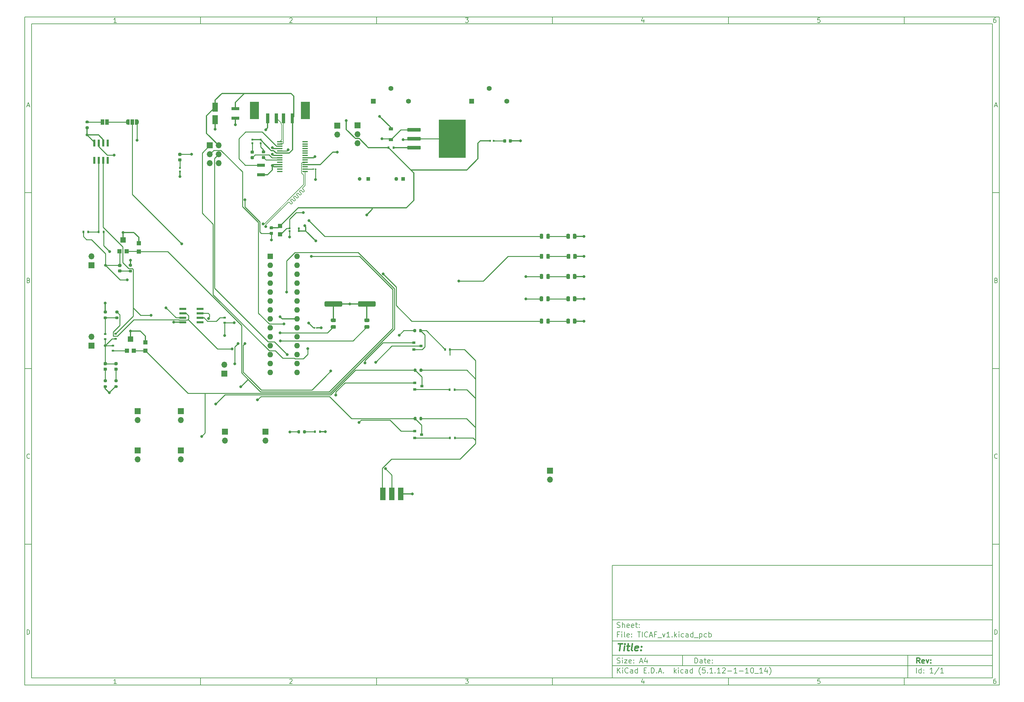
<source format=gbr>
%TF.GenerationSoftware,KiCad,Pcbnew,(5.1.12-1-10_14)*%
%TF.CreationDate,2021-12-30T00:25:25+00:00*%
%TF.ProjectId,TICAF_v1,54494341-465f-4763-912e-6b696361645f,rev?*%
%TF.SameCoordinates,Original*%
%TF.FileFunction,Copper,L1,Top*%
%TF.FilePolarity,Positive*%
%FSLAX46Y46*%
G04 Gerber Fmt 4.6, Leading zero omitted, Abs format (unit mm)*
G04 Created by KiCad (PCBNEW (5.1.12-1-10_14)) date 2021-12-30 00:25:25*
%MOMM*%
%LPD*%
G01*
G04 APERTURE LIST*
%ADD10C,0.100000*%
%ADD11C,0.150000*%
%ADD12C,0.300000*%
%ADD13C,0.400000*%
%TA.AperFunction,SMDPad,CuDef*%
%ADD14R,0.600000X0.700000*%
%TD*%
%TA.AperFunction,SMDPad,CuDef*%
%ADD15R,0.900000X0.800000*%
%TD*%
%TA.AperFunction,ComponentPad*%
%ADD16O,1.700000X1.700000*%
%TD*%
%TA.AperFunction,ComponentPad*%
%ADD17R,1.700000X1.700000*%
%TD*%
%TA.AperFunction,SMDPad,CuDef*%
%ADD18R,0.550000X0.550000*%
%TD*%
%TA.AperFunction,SMDPad,CuDef*%
%ADD19R,1.500000X0.400000*%
%TD*%
%TA.AperFunction,SMDPad,CuDef*%
%ADD20R,7.620000X10.840000*%
%TD*%
%TA.AperFunction,ComponentPad*%
%ADD21O,1.600000X1.600000*%
%TD*%
%TA.AperFunction,ComponentPad*%
%ADD22R,1.600000X1.600000*%
%TD*%
%TA.AperFunction,SMDPad,CuDef*%
%ADD23R,1.150000X1.150000*%
%TD*%
%TA.AperFunction,SMDPad,CuDef*%
%ADD24R,1.600000X1.500000*%
%TD*%
%TA.AperFunction,SMDPad,CuDef*%
%ADD25R,1.200000X1.200000*%
%TD*%
%TA.AperFunction,SMDPad,CuDef*%
%ADD26R,0.500000X0.475000*%
%TD*%
%TA.AperFunction,SMDPad,CuDef*%
%ADD27R,0.475000X0.500000*%
%TD*%
%TA.AperFunction,SMDPad,CuDef*%
%ADD28R,1.000000X1.500000*%
%TD*%
%TA.AperFunction,SMDPad,CuDef*%
%ADD29C,0.100000*%
%TD*%
%TA.AperFunction,SMDPad,CuDef*%
%ADD30R,1.524000X3.524000*%
%TD*%
%TA.AperFunction,ComponentPad*%
%ADD31C,1.408000*%
%TD*%
%TA.AperFunction,ComponentPad*%
%ADD32R,1.408000X1.408000*%
%TD*%
%TA.AperFunction,SMDPad,CuDef*%
%ADD33R,2.500000X5.000000*%
%TD*%
%TA.AperFunction,SMDPad,CuDef*%
%ADD34R,0.700000X0.600000*%
%TD*%
%TA.AperFunction,SMDPad,CuDef*%
%ADD35R,1.200000X0.850000*%
%TD*%
%TA.AperFunction,SMDPad,CuDef*%
%ADD36R,2.300000X0.900000*%
%TD*%
%TA.AperFunction,SMDPad,CuDef*%
%ADD37R,1.600000X2.500000*%
%TD*%
%TA.AperFunction,ComponentPad*%
%ADD38C,1.100000*%
%TD*%
%TA.AperFunction,ComponentPad*%
%ADD39R,1.100000X1.100000*%
%TD*%
%TA.AperFunction,ComponentPad*%
%ADD40C,1.050000*%
%TD*%
%TA.AperFunction,ComponentPad*%
%ADD41R,1.050000X1.050000*%
%TD*%
%TA.AperFunction,ViaPad*%
%ADD42C,0.800000*%
%TD*%
%TA.AperFunction,Conductor*%
%ADD43C,0.350000*%
%TD*%
%TA.AperFunction,Conductor*%
%ADD44C,0.250000*%
%TD*%
%TA.AperFunction,Conductor*%
%ADD45C,0.200000*%
%TD*%
G04 APERTURE END LIST*
D10*
D11*
X177002200Y-166007200D02*
X177002200Y-198007200D01*
X285002200Y-198007200D01*
X285002200Y-166007200D01*
X177002200Y-166007200D01*
D10*
D11*
X10000000Y-10000000D02*
X10000000Y-200007200D01*
X287002200Y-200007200D01*
X287002200Y-10000000D01*
X10000000Y-10000000D01*
D10*
D11*
X12000000Y-12000000D02*
X12000000Y-198007200D01*
X285002200Y-198007200D01*
X285002200Y-12000000D01*
X12000000Y-12000000D01*
D10*
D11*
X60000000Y-12000000D02*
X60000000Y-10000000D01*
D10*
D11*
X110000000Y-12000000D02*
X110000000Y-10000000D01*
D10*
D11*
X160000000Y-12000000D02*
X160000000Y-10000000D01*
D10*
D11*
X210000000Y-12000000D02*
X210000000Y-10000000D01*
D10*
D11*
X260000000Y-12000000D02*
X260000000Y-10000000D01*
D10*
D11*
X36065476Y-11588095D02*
X35322619Y-11588095D01*
X35694047Y-11588095D02*
X35694047Y-10288095D01*
X35570238Y-10473809D01*
X35446428Y-10597619D01*
X35322619Y-10659523D01*
D10*
D11*
X85322619Y-10411904D02*
X85384523Y-10350000D01*
X85508333Y-10288095D01*
X85817857Y-10288095D01*
X85941666Y-10350000D01*
X86003571Y-10411904D01*
X86065476Y-10535714D01*
X86065476Y-10659523D01*
X86003571Y-10845238D01*
X85260714Y-11588095D01*
X86065476Y-11588095D01*
D10*
D11*
X135260714Y-10288095D02*
X136065476Y-10288095D01*
X135632142Y-10783333D01*
X135817857Y-10783333D01*
X135941666Y-10845238D01*
X136003571Y-10907142D01*
X136065476Y-11030952D01*
X136065476Y-11340476D01*
X136003571Y-11464285D01*
X135941666Y-11526190D01*
X135817857Y-11588095D01*
X135446428Y-11588095D01*
X135322619Y-11526190D01*
X135260714Y-11464285D01*
D10*
D11*
X185941666Y-10721428D02*
X185941666Y-11588095D01*
X185632142Y-10226190D02*
X185322619Y-11154761D01*
X186127380Y-11154761D01*
D10*
D11*
X236003571Y-10288095D02*
X235384523Y-10288095D01*
X235322619Y-10907142D01*
X235384523Y-10845238D01*
X235508333Y-10783333D01*
X235817857Y-10783333D01*
X235941666Y-10845238D01*
X236003571Y-10907142D01*
X236065476Y-11030952D01*
X236065476Y-11340476D01*
X236003571Y-11464285D01*
X235941666Y-11526190D01*
X235817857Y-11588095D01*
X235508333Y-11588095D01*
X235384523Y-11526190D01*
X235322619Y-11464285D01*
D10*
D11*
X285941666Y-10288095D02*
X285694047Y-10288095D01*
X285570238Y-10350000D01*
X285508333Y-10411904D01*
X285384523Y-10597619D01*
X285322619Y-10845238D01*
X285322619Y-11340476D01*
X285384523Y-11464285D01*
X285446428Y-11526190D01*
X285570238Y-11588095D01*
X285817857Y-11588095D01*
X285941666Y-11526190D01*
X286003571Y-11464285D01*
X286065476Y-11340476D01*
X286065476Y-11030952D01*
X286003571Y-10907142D01*
X285941666Y-10845238D01*
X285817857Y-10783333D01*
X285570238Y-10783333D01*
X285446428Y-10845238D01*
X285384523Y-10907142D01*
X285322619Y-11030952D01*
D10*
D11*
X60000000Y-198007200D02*
X60000000Y-200007200D01*
D10*
D11*
X110000000Y-198007200D02*
X110000000Y-200007200D01*
D10*
D11*
X160000000Y-198007200D02*
X160000000Y-200007200D01*
D10*
D11*
X210000000Y-198007200D02*
X210000000Y-200007200D01*
D10*
D11*
X260000000Y-198007200D02*
X260000000Y-200007200D01*
D10*
D11*
X36065476Y-199595295D02*
X35322619Y-199595295D01*
X35694047Y-199595295D02*
X35694047Y-198295295D01*
X35570238Y-198481009D01*
X35446428Y-198604819D01*
X35322619Y-198666723D01*
D10*
D11*
X85322619Y-198419104D02*
X85384523Y-198357200D01*
X85508333Y-198295295D01*
X85817857Y-198295295D01*
X85941666Y-198357200D01*
X86003571Y-198419104D01*
X86065476Y-198542914D01*
X86065476Y-198666723D01*
X86003571Y-198852438D01*
X85260714Y-199595295D01*
X86065476Y-199595295D01*
D10*
D11*
X135260714Y-198295295D02*
X136065476Y-198295295D01*
X135632142Y-198790533D01*
X135817857Y-198790533D01*
X135941666Y-198852438D01*
X136003571Y-198914342D01*
X136065476Y-199038152D01*
X136065476Y-199347676D01*
X136003571Y-199471485D01*
X135941666Y-199533390D01*
X135817857Y-199595295D01*
X135446428Y-199595295D01*
X135322619Y-199533390D01*
X135260714Y-199471485D01*
D10*
D11*
X185941666Y-198728628D02*
X185941666Y-199595295D01*
X185632142Y-198233390D02*
X185322619Y-199161961D01*
X186127380Y-199161961D01*
D10*
D11*
X236003571Y-198295295D02*
X235384523Y-198295295D01*
X235322619Y-198914342D01*
X235384523Y-198852438D01*
X235508333Y-198790533D01*
X235817857Y-198790533D01*
X235941666Y-198852438D01*
X236003571Y-198914342D01*
X236065476Y-199038152D01*
X236065476Y-199347676D01*
X236003571Y-199471485D01*
X235941666Y-199533390D01*
X235817857Y-199595295D01*
X235508333Y-199595295D01*
X235384523Y-199533390D01*
X235322619Y-199471485D01*
D10*
D11*
X285941666Y-198295295D02*
X285694047Y-198295295D01*
X285570238Y-198357200D01*
X285508333Y-198419104D01*
X285384523Y-198604819D01*
X285322619Y-198852438D01*
X285322619Y-199347676D01*
X285384523Y-199471485D01*
X285446428Y-199533390D01*
X285570238Y-199595295D01*
X285817857Y-199595295D01*
X285941666Y-199533390D01*
X286003571Y-199471485D01*
X286065476Y-199347676D01*
X286065476Y-199038152D01*
X286003571Y-198914342D01*
X285941666Y-198852438D01*
X285817857Y-198790533D01*
X285570238Y-198790533D01*
X285446428Y-198852438D01*
X285384523Y-198914342D01*
X285322619Y-199038152D01*
D10*
D11*
X10000000Y-60000000D02*
X12000000Y-60000000D01*
D10*
D11*
X10000000Y-110000000D02*
X12000000Y-110000000D01*
D10*
D11*
X10000000Y-160000000D02*
X12000000Y-160000000D01*
D10*
D11*
X10690476Y-35216666D02*
X11309523Y-35216666D01*
X10566666Y-35588095D02*
X11000000Y-34288095D01*
X11433333Y-35588095D01*
D10*
D11*
X11092857Y-84907142D02*
X11278571Y-84969047D01*
X11340476Y-85030952D01*
X11402380Y-85154761D01*
X11402380Y-85340476D01*
X11340476Y-85464285D01*
X11278571Y-85526190D01*
X11154761Y-85588095D01*
X10659523Y-85588095D01*
X10659523Y-84288095D01*
X11092857Y-84288095D01*
X11216666Y-84350000D01*
X11278571Y-84411904D01*
X11340476Y-84535714D01*
X11340476Y-84659523D01*
X11278571Y-84783333D01*
X11216666Y-84845238D01*
X11092857Y-84907142D01*
X10659523Y-84907142D01*
D10*
D11*
X11402380Y-135464285D02*
X11340476Y-135526190D01*
X11154761Y-135588095D01*
X11030952Y-135588095D01*
X10845238Y-135526190D01*
X10721428Y-135402380D01*
X10659523Y-135278571D01*
X10597619Y-135030952D01*
X10597619Y-134845238D01*
X10659523Y-134597619D01*
X10721428Y-134473809D01*
X10845238Y-134350000D01*
X11030952Y-134288095D01*
X11154761Y-134288095D01*
X11340476Y-134350000D01*
X11402380Y-134411904D01*
D10*
D11*
X10659523Y-185588095D02*
X10659523Y-184288095D01*
X10969047Y-184288095D01*
X11154761Y-184350000D01*
X11278571Y-184473809D01*
X11340476Y-184597619D01*
X11402380Y-184845238D01*
X11402380Y-185030952D01*
X11340476Y-185278571D01*
X11278571Y-185402380D01*
X11154761Y-185526190D01*
X10969047Y-185588095D01*
X10659523Y-185588095D01*
D10*
D11*
X287002200Y-60000000D02*
X285002200Y-60000000D01*
D10*
D11*
X287002200Y-110000000D02*
X285002200Y-110000000D01*
D10*
D11*
X287002200Y-160000000D02*
X285002200Y-160000000D01*
D10*
D11*
X285692676Y-35216666D02*
X286311723Y-35216666D01*
X285568866Y-35588095D02*
X286002200Y-34288095D01*
X286435533Y-35588095D01*
D10*
D11*
X286095057Y-84907142D02*
X286280771Y-84969047D01*
X286342676Y-85030952D01*
X286404580Y-85154761D01*
X286404580Y-85340476D01*
X286342676Y-85464285D01*
X286280771Y-85526190D01*
X286156961Y-85588095D01*
X285661723Y-85588095D01*
X285661723Y-84288095D01*
X286095057Y-84288095D01*
X286218866Y-84350000D01*
X286280771Y-84411904D01*
X286342676Y-84535714D01*
X286342676Y-84659523D01*
X286280771Y-84783333D01*
X286218866Y-84845238D01*
X286095057Y-84907142D01*
X285661723Y-84907142D01*
D10*
D11*
X286404580Y-135464285D02*
X286342676Y-135526190D01*
X286156961Y-135588095D01*
X286033152Y-135588095D01*
X285847438Y-135526190D01*
X285723628Y-135402380D01*
X285661723Y-135278571D01*
X285599819Y-135030952D01*
X285599819Y-134845238D01*
X285661723Y-134597619D01*
X285723628Y-134473809D01*
X285847438Y-134350000D01*
X286033152Y-134288095D01*
X286156961Y-134288095D01*
X286342676Y-134350000D01*
X286404580Y-134411904D01*
D10*
D11*
X285661723Y-185588095D02*
X285661723Y-184288095D01*
X285971247Y-184288095D01*
X286156961Y-184350000D01*
X286280771Y-184473809D01*
X286342676Y-184597619D01*
X286404580Y-184845238D01*
X286404580Y-185030952D01*
X286342676Y-185278571D01*
X286280771Y-185402380D01*
X286156961Y-185526190D01*
X285971247Y-185588095D01*
X285661723Y-185588095D01*
D10*
D11*
X200434342Y-193785771D02*
X200434342Y-192285771D01*
X200791485Y-192285771D01*
X201005771Y-192357200D01*
X201148628Y-192500057D01*
X201220057Y-192642914D01*
X201291485Y-192928628D01*
X201291485Y-193142914D01*
X201220057Y-193428628D01*
X201148628Y-193571485D01*
X201005771Y-193714342D01*
X200791485Y-193785771D01*
X200434342Y-193785771D01*
X202577200Y-193785771D02*
X202577200Y-193000057D01*
X202505771Y-192857200D01*
X202362914Y-192785771D01*
X202077200Y-192785771D01*
X201934342Y-192857200D01*
X202577200Y-193714342D02*
X202434342Y-193785771D01*
X202077200Y-193785771D01*
X201934342Y-193714342D01*
X201862914Y-193571485D01*
X201862914Y-193428628D01*
X201934342Y-193285771D01*
X202077200Y-193214342D01*
X202434342Y-193214342D01*
X202577200Y-193142914D01*
X203077200Y-192785771D02*
X203648628Y-192785771D01*
X203291485Y-192285771D02*
X203291485Y-193571485D01*
X203362914Y-193714342D01*
X203505771Y-193785771D01*
X203648628Y-193785771D01*
X204720057Y-193714342D02*
X204577200Y-193785771D01*
X204291485Y-193785771D01*
X204148628Y-193714342D01*
X204077200Y-193571485D01*
X204077200Y-193000057D01*
X204148628Y-192857200D01*
X204291485Y-192785771D01*
X204577200Y-192785771D01*
X204720057Y-192857200D01*
X204791485Y-193000057D01*
X204791485Y-193142914D01*
X204077200Y-193285771D01*
X205434342Y-193642914D02*
X205505771Y-193714342D01*
X205434342Y-193785771D01*
X205362914Y-193714342D01*
X205434342Y-193642914D01*
X205434342Y-193785771D01*
X205434342Y-192857200D02*
X205505771Y-192928628D01*
X205434342Y-193000057D01*
X205362914Y-192928628D01*
X205434342Y-192857200D01*
X205434342Y-193000057D01*
D10*
D11*
X177002200Y-194507200D02*
X285002200Y-194507200D01*
D10*
D11*
X178434342Y-196585771D02*
X178434342Y-195085771D01*
X179291485Y-196585771D02*
X178648628Y-195728628D01*
X179291485Y-195085771D02*
X178434342Y-195942914D01*
X179934342Y-196585771D02*
X179934342Y-195585771D01*
X179934342Y-195085771D02*
X179862914Y-195157200D01*
X179934342Y-195228628D01*
X180005771Y-195157200D01*
X179934342Y-195085771D01*
X179934342Y-195228628D01*
X181505771Y-196442914D02*
X181434342Y-196514342D01*
X181220057Y-196585771D01*
X181077200Y-196585771D01*
X180862914Y-196514342D01*
X180720057Y-196371485D01*
X180648628Y-196228628D01*
X180577200Y-195942914D01*
X180577200Y-195728628D01*
X180648628Y-195442914D01*
X180720057Y-195300057D01*
X180862914Y-195157200D01*
X181077200Y-195085771D01*
X181220057Y-195085771D01*
X181434342Y-195157200D01*
X181505771Y-195228628D01*
X182791485Y-196585771D02*
X182791485Y-195800057D01*
X182720057Y-195657200D01*
X182577200Y-195585771D01*
X182291485Y-195585771D01*
X182148628Y-195657200D01*
X182791485Y-196514342D02*
X182648628Y-196585771D01*
X182291485Y-196585771D01*
X182148628Y-196514342D01*
X182077200Y-196371485D01*
X182077200Y-196228628D01*
X182148628Y-196085771D01*
X182291485Y-196014342D01*
X182648628Y-196014342D01*
X182791485Y-195942914D01*
X184148628Y-196585771D02*
X184148628Y-195085771D01*
X184148628Y-196514342D02*
X184005771Y-196585771D01*
X183720057Y-196585771D01*
X183577200Y-196514342D01*
X183505771Y-196442914D01*
X183434342Y-196300057D01*
X183434342Y-195871485D01*
X183505771Y-195728628D01*
X183577200Y-195657200D01*
X183720057Y-195585771D01*
X184005771Y-195585771D01*
X184148628Y-195657200D01*
X186005771Y-195800057D02*
X186505771Y-195800057D01*
X186720057Y-196585771D02*
X186005771Y-196585771D01*
X186005771Y-195085771D01*
X186720057Y-195085771D01*
X187362914Y-196442914D02*
X187434342Y-196514342D01*
X187362914Y-196585771D01*
X187291485Y-196514342D01*
X187362914Y-196442914D01*
X187362914Y-196585771D01*
X188077200Y-196585771D02*
X188077200Y-195085771D01*
X188434342Y-195085771D01*
X188648628Y-195157200D01*
X188791485Y-195300057D01*
X188862914Y-195442914D01*
X188934342Y-195728628D01*
X188934342Y-195942914D01*
X188862914Y-196228628D01*
X188791485Y-196371485D01*
X188648628Y-196514342D01*
X188434342Y-196585771D01*
X188077200Y-196585771D01*
X189577200Y-196442914D02*
X189648628Y-196514342D01*
X189577200Y-196585771D01*
X189505771Y-196514342D01*
X189577200Y-196442914D01*
X189577200Y-196585771D01*
X190220057Y-196157200D02*
X190934342Y-196157200D01*
X190077200Y-196585771D02*
X190577200Y-195085771D01*
X191077200Y-196585771D01*
X191577200Y-196442914D02*
X191648628Y-196514342D01*
X191577200Y-196585771D01*
X191505771Y-196514342D01*
X191577200Y-196442914D01*
X191577200Y-196585771D01*
X194577200Y-196585771D02*
X194577200Y-195085771D01*
X194720057Y-196014342D02*
X195148628Y-196585771D01*
X195148628Y-195585771D02*
X194577200Y-196157200D01*
X195791485Y-196585771D02*
X195791485Y-195585771D01*
X195791485Y-195085771D02*
X195720057Y-195157200D01*
X195791485Y-195228628D01*
X195862914Y-195157200D01*
X195791485Y-195085771D01*
X195791485Y-195228628D01*
X197148628Y-196514342D02*
X197005771Y-196585771D01*
X196720057Y-196585771D01*
X196577200Y-196514342D01*
X196505771Y-196442914D01*
X196434342Y-196300057D01*
X196434342Y-195871485D01*
X196505771Y-195728628D01*
X196577200Y-195657200D01*
X196720057Y-195585771D01*
X197005771Y-195585771D01*
X197148628Y-195657200D01*
X198434342Y-196585771D02*
X198434342Y-195800057D01*
X198362914Y-195657200D01*
X198220057Y-195585771D01*
X197934342Y-195585771D01*
X197791485Y-195657200D01*
X198434342Y-196514342D02*
X198291485Y-196585771D01*
X197934342Y-196585771D01*
X197791485Y-196514342D01*
X197720057Y-196371485D01*
X197720057Y-196228628D01*
X197791485Y-196085771D01*
X197934342Y-196014342D01*
X198291485Y-196014342D01*
X198434342Y-195942914D01*
X199791485Y-196585771D02*
X199791485Y-195085771D01*
X199791485Y-196514342D02*
X199648628Y-196585771D01*
X199362914Y-196585771D01*
X199220057Y-196514342D01*
X199148628Y-196442914D01*
X199077200Y-196300057D01*
X199077200Y-195871485D01*
X199148628Y-195728628D01*
X199220057Y-195657200D01*
X199362914Y-195585771D01*
X199648628Y-195585771D01*
X199791485Y-195657200D01*
X202077200Y-197157200D02*
X202005771Y-197085771D01*
X201862914Y-196871485D01*
X201791485Y-196728628D01*
X201720057Y-196514342D01*
X201648628Y-196157200D01*
X201648628Y-195871485D01*
X201720057Y-195514342D01*
X201791485Y-195300057D01*
X201862914Y-195157200D01*
X202005771Y-194942914D01*
X202077200Y-194871485D01*
X203362914Y-195085771D02*
X202648628Y-195085771D01*
X202577200Y-195800057D01*
X202648628Y-195728628D01*
X202791485Y-195657200D01*
X203148628Y-195657200D01*
X203291485Y-195728628D01*
X203362914Y-195800057D01*
X203434342Y-195942914D01*
X203434342Y-196300057D01*
X203362914Y-196442914D01*
X203291485Y-196514342D01*
X203148628Y-196585771D01*
X202791485Y-196585771D01*
X202648628Y-196514342D01*
X202577200Y-196442914D01*
X204077200Y-196442914D02*
X204148628Y-196514342D01*
X204077200Y-196585771D01*
X204005771Y-196514342D01*
X204077200Y-196442914D01*
X204077200Y-196585771D01*
X205577200Y-196585771D02*
X204720057Y-196585771D01*
X205148628Y-196585771D02*
X205148628Y-195085771D01*
X205005771Y-195300057D01*
X204862914Y-195442914D01*
X204720057Y-195514342D01*
X206220057Y-196442914D02*
X206291485Y-196514342D01*
X206220057Y-196585771D01*
X206148628Y-196514342D01*
X206220057Y-196442914D01*
X206220057Y-196585771D01*
X207720057Y-196585771D02*
X206862914Y-196585771D01*
X207291485Y-196585771D02*
X207291485Y-195085771D01*
X207148628Y-195300057D01*
X207005771Y-195442914D01*
X206862914Y-195514342D01*
X208291485Y-195228628D02*
X208362914Y-195157200D01*
X208505771Y-195085771D01*
X208862914Y-195085771D01*
X209005771Y-195157200D01*
X209077200Y-195228628D01*
X209148628Y-195371485D01*
X209148628Y-195514342D01*
X209077200Y-195728628D01*
X208220057Y-196585771D01*
X209148628Y-196585771D01*
X209791485Y-196014342D02*
X210934342Y-196014342D01*
X212434342Y-196585771D02*
X211577200Y-196585771D01*
X212005771Y-196585771D02*
X212005771Y-195085771D01*
X211862914Y-195300057D01*
X211720057Y-195442914D01*
X211577200Y-195514342D01*
X213077200Y-196014342D02*
X214220057Y-196014342D01*
X215720057Y-196585771D02*
X214862914Y-196585771D01*
X215291485Y-196585771D02*
X215291485Y-195085771D01*
X215148628Y-195300057D01*
X215005771Y-195442914D01*
X214862914Y-195514342D01*
X216648628Y-195085771D02*
X216791485Y-195085771D01*
X216934342Y-195157200D01*
X217005771Y-195228628D01*
X217077200Y-195371485D01*
X217148628Y-195657200D01*
X217148628Y-196014342D01*
X217077200Y-196300057D01*
X217005771Y-196442914D01*
X216934342Y-196514342D01*
X216791485Y-196585771D01*
X216648628Y-196585771D01*
X216505771Y-196514342D01*
X216434342Y-196442914D01*
X216362914Y-196300057D01*
X216291485Y-196014342D01*
X216291485Y-195657200D01*
X216362914Y-195371485D01*
X216434342Y-195228628D01*
X216505771Y-195157200D01*
X216648628Y-195085771D01*
X217434342Y-196728628D02*
X218577200Y-196728628D01*
X219720057Y-196585771D02*
X218862914Y-196585771D01*
X219291485Y-196585771D02*
X219291485Y-195085771D01*
X219148628Y-195300057D01*
X219005771Y-195442914D01*
X218862914Y-195514342D01*
X221005771Y-195585771D02*
X221005771Y-196585771D01*
X220648628Y-195014342D02*
X220291485Y-196085771D01*
X221220057Y-196085771D01*
X221648628Y-197157200D02*
X221720057Y-197085771D01*
X221862914Y-196871485D01*
X221934342Y-196728628D01*
X222005771Y-196514342D01*
X222077200Y-196157200D01*
X222077200Y-195871485D01*
X222005771Y-195514342D01*
X221934342Y-195300057D01*
X221862914Y-195157200D01*
X221720057Y-194942914D01*
X221648628Y-194871485D01*
D10*
D11*
X177002200Y-191507200D02*
X285002200Y-191507200D01*
D10*
D12*
X264411485Y-193785771D02*
X263911485Y-193071485D01*
X263554342Y-193785771D02*
X263554342Y-192285771D01*
X264125771Y-192285771D01*
X264268628Y-192357200D01*
X264340057Y-192428628D01*
X264411485Y-192571485D01*
X264411485Y-192785771D01*
X264340057Y-192928628D01*
X264268628Y-193000057D01*
X264125771Y-193071485D01*
X263554342Y-193071485D01*
X265625771Y-193714342D02*
X265482914Y-193785771D01*
X265197200Y-193785771D01*
X265054342Y-193714342D01*
X264982914Y-193571485D01*
X264982914Y-193000057D01*
X265054342Y-192857200D01*
X265197200Y-192785771D01*
X265482914Y-192785771D01*
X265625771Y-192857200D01*
X265697200Y-193000057D01*
X265697200Y-193142914D01*
X264982914Y-193285771D01*
X266197200Y-192785771D02*
X266554342Y-193785771D01*
X266911485Y-192785771D01*
X267482914Y-193642914D02*
X267554342Y-193714342D01*
X267482914Y-193785771D01*
X267411485Y-193714342D01*
X267482914Y-193642914D01*
X267482914Y-193785771D01*
X267482914Y-192857200D02*
X267554342Y-192928628D01*
X267482914Y-193000057D01*
X267411485Y-192928628D01*
X267482914Y-192857200D01*
X267482914Y-193000057D01*
D10*
D11*
X178362914Y-193714342D02*
X178577200Y-193785771D01*
X178934342Y-193785771D01*
X179077200Y-193714342D01*
X179148628Y-193642914D01*
X179220057Y-193500057D01*
X179220057Y-193357200D01*
X179148628Y-193214342D01*
X179077200Y-193142914D01*
X178934342Y-193071485D01*
X178648628Y-193000057D01*
X178505771Y-192928628D01*
X178434342Y-192857200D01*
X178362914Y-192714342D01*
X178362914Y-192571485D01*
X178434342Y-192428628D01*
X178505771Y-192357200D01*
X178648628Y-192285771D01*
X179005771Y-192285771D01*
X179220057Y-192357200D01*
X179862914Y-193785771D02*
X179862914Y-192785771D01*
X179862914Y-192285771D02*
X179791485Y-192357200D01*
X179862914Y-192428628D01*
X179934342Y-192357200D01*
X179862914Y-192285771D01*
X179862914Y-192428628D01*
X180434342Y-192785771D02*
X181220057Y-192785771D01*
X180434342Y-193785771D01*
X181220057Y-193785771D01*
X182362914Y-193714342D02*
X182220057Y-193785771D01*
X181934342Y-193785771D01*
X181791485Y-193714342D01*
X181720057Y-193571485D01*
X181720057Y-193000057D01*
X181791485Y-192857200D01*
X181934342Y-192785771D01*
X182220057Y-192785771D01*
X182362914Y-192857200D01*
X182434342Y-193000057D01*
X182434342Y-193142914D01*
X181720057Y-193285771D01*
X183077200Y-193642914D02*
X183148628Y-193714342D01*
X183077200Y-193785771D01*
X183005771Y-193714342D01*
X183077200Y-193642914D01*
X183077200Y-193785771D01*
X183077200Y-192857200D02*
X183148628Y-192928628D01*
X183077200Y-193000057D01*
X183005771Y-192928628D01*
X183077200Y-192857200D01*
X183077200Y-193000057D01*
X184862914Y-193357200D02*
X185577200Y-193357200D01*
X184720057Y-193785771D02*
X185220057Y-192285771D01*
X185720057Y-193785771D01*
X186862914Y-192785771D02*
X186862914Y-193785771D01*
X186505771Y-192214342D02*
X186148628Y-193285771D01*
X187077200Y-193285771D01*
D10*
D11*
X263434342Y-196585771D02*
X263434342Y-195085771D01*
X264791485Y-196585771D02*
X264791485Y-195085771D01*
X264791485Y-196514342D02*
X264648628Y-196585771D01*
X264362914Y-196585771D01*
X264220057Y-196514342D01*
X264148628Y-196442914D01*
X264077200Y-196300057D01*
X264077200Y-195871485D01*
X264148628Y-195728628D01*
X264220057Y-195657200D01*
X264362914Y-195585771D01*
X264648628Y-195585771D01*
X264791485Y-195657200D01*
X265505771Y-196442914D02*
X265577200Y-196514342D01*
X265505771Y-196585771D01*
X265434342Y-196514342D01*
X265505771Y-196442914D01*
X265505771Y-196585771D01*
X265505771Y-195657200D02*
X265577200Y-195728628D01*
X265505771Y-195800057D01*
X265434342Y-195728628D01*
X265505771Y-195657200D01*
X265505771Y-195800057D01*
X268148628Y-196585771D02*
X267291485Y-196585771D01*
X267720057Y-196585771D02*
X267720057Y-195085771D01*
X267577200Y-195300057D01*
X267434342Y-195442914D01*
X267291485Y-195514342D01*
X269862914Y-195014342D02*
X268577200Y-196942914D01*
X271148628Y-196585771D02*
X270291485Y-196585771D01*
X270720057Y-196585771D02*
X270720057Y-195085771D01*
X270577200Y-195300057D01*
X270434342Y-195442914D01*
X270291485Y-195514342D01*
D10*
D11*
X177002200Y-187507200D02*
X285002200Y-187507200D01*
D10*
D13*
X178714580Y-188211961D02*
X179857438Y-188211961D01*
X179036009Y-190211961D02*
X179286009Y-188211961D01*
X180274104Y-190211961D02*
X180440771Y-188878628D01*
X180524104Y-188211961D02*
X180416961Y-188307200D01*
X180500295Y-188402438D01*
X180607438Y-188307200D01*
X180524104Y-188211961D01*
X180500295Y-188402438D01*
X181107438Y-188878628D02*
X181869342Y-188878628D01*
X181476485Y-188211961D02*
X181262200Y-189926247D01*
X181333628Y-190116723D01*
X181512200Y-190211961D01*
X181702676Y-190211961D01*
X182655057Y-190211961D02*
X182476485Y-190116723D01*
X182405057Y-189926247D01*
X182619342Y-188211961D01*
X184190771Y-190116723D02*
X183988390Y-190211961D01*
X183607438Y-190211961D01*
X183428866Y-190116723D01*
X183357438Y-189926247D01*
X183452676Y-189164342D01*
X183571723Y-188973866D01*
X183774104Y-188878628D01*
X184155057Y-188878628D01*
X184333628Y-188973866D01*
X184405057Y-189164342D01*
X184381247Y-189354819D01*
X183405057Y-189545295D01*
X185155057Y-190021485D02*
X185238390Y-190116723D01*
X185131247Y-190211961D01*
X185047914Y-190116723D01*
X185155057Y-190021485D01*
X185131247Y-190211961D01*
X185286009Y-188973866D02*
X185369342Y-189069104D01*
X185262200Y-189164342D01*
X185178866Y-189069104D01*
X185286009Y-188973866D01*
X185262200Y-189164342D01*
D10*
D11*
X178934342Y-185600057D02*
X178434342Y-185600057D01*
X178434342Y-186385771D02*
X178434342Y-184885771D01*
X179148628Y-184885771D01*
X179720057Y-186385771D02*
X179720057Y-185385771D01*
X179720057Y-184885771D02*
X179648628Y-184957200D01*
X179720057Y-185028628D01*
X179791485Y-184957200D01*
X179720057Y-184885771D01*
X179720057Y-185028628D01*
X180648628Y-186385771D02*
X180505771Y-186314342D01*
X180434342Y-186171485D01*
X180434342Y-184885771D01*
X181791485Y-186314342D02*
X181648628Y-186385771D01*
X181362914Y-186385771D01*
X181220057Y-186314342D01*
X181148628Y-186171485D01*
X181148628Y-185600057D01*
X181220057Y-185457200D01*
X181362914Y-185385771D01*
X181648628Y-185385771D01*
X181791485Y-185457200D01*
X181862914Y-185600057D01*
X181862914Y-185742914D01*
X181148628Y-185885771D01*
X182505771Y-186242914D02*
X182577200Y-186314342D01*
X182505771Y-186385771D01*
X182434342Y-186314342D01*
X182505771Y-186242914D01*
X182505771Y-186385771D01*
X182505771Y-185457200D02*
X182577200Y-185528628D01*
X182505771Y-185600057D01*
X182434342Y-185528628D01*
X182505771Y-185457200D01*
X182505771Y-185600057D01*
X184148628Y-184885771D02*
X185005771Y-184885771D01*
X184577200Y-186385771D02*
X184577200Y-184885771D01*
X185505771Y-186385771D02*
X185505771Y-184885771D01*
X187077200Y-186242914D02*
X187005771Y-186314342D01*
X186791485Y-186385771D01*
X186648628Y-186385771D01*
X186434342Y-186314342D01*
X186291485Y-186171485D01*
X186220057Y-186028628D01*
X186148628Y-185742914D01*
X186148628Y-185528628D01*
X186220057Y-185242914D01*
X186291485Y-185100057D01*
X186434342Y-184957200D01*
X186648628Y-184885771D01*
X186791485Y-184885771D01*
X187005771Y-184957200D01*
X187077200Y-185028628D01*
X187648628Y-185957200D02*
X188362914Y-185957200D01*
X187505771Y-186385771D02*
X188005771Y-184885771D01*
X188505771Y-186385771D01*
X189505771Y-185600057D02*
X189005771Y-185600057D01*
X189005771Y-186385771D02*
X189005771Y-184885771D01*
X189720057Y-184885771D01*
X189934342Y-186528628D02*
X191077200Y-186528628D01*
X191291485Y-185385771D02*
X191648628Y-186385771D01*
X192005771Y-185385771D01*
X193362914Y-186385771D02*
X192505771Y-186385771D01*
X192934342Y-186385771D02*
X192934342Y-184885771D01*
X192791485Y-185100057D01*
X192648628Y-185242914D01*
X192505771Y-185314342D01*
X194005771Y-186242914D02*
X194077200Y-186314342D01*
X194005771Y-186385771D01*
X193934342Y-186314342D01*
X194005771Y-186242914D01*
X194005771Y-186385771D01*
X194720057Y-186385771D02*
X194720057Y-184885771D01*
X194862914Y-185814342D02*
X195291485Y-186385771D01*
X195291485Y-185385771D02*
X194720057Y-185957200D01*
X195934342Y-186385771D02*
X195934342Y-185385771D01*
X195934342Y-184885771D02*
X195862914Y-184957200D01*
X195934342Y-185028628D01*
X196005771Y-184957200D01*
X195934342Y-184885771D01*
X195934342Y-185028628D01*
X197291485Y-186314342D02*
X197148628Y-186385771D01*
X196862914Y-186385771D01*
X196720057Y-186314342D01*
X196648628Y-186242914D01*
X196577200Y-186100057D01*
X196577200Y-185671485D01*
X196648628Y-185528628D01*
X196720057Y-185457200D01*
X196862914Y-185385771D01*
X197148628Y-185385771D01*
X197291485Y-185457200D01*
X198577200Y-186385771D02*
X198577200Y-185600057D01*
X198505771Y-185457200D01*
X198362914Y-185385771D01*
X198077200Y-185385771D01*
X197934342Y-185457200D01*
X198577200Y-186314342D02*
X198434342Y-186385771D01*
X198077200Y-186385771D01*
X197934342Y-186314342D01*
X197862914Y-186171485D01*
X197862914Y-186028628D01*
X197934342Y-185885771D01*
X198077200Y-185814342D01*
X198434342Y-185814342D01*
X198577200Y-185742914D01*
X199934342Y-186385771D02*
X199934342Y-184885771D01*
X199934342Y-186314342D02*
X199791485Y-186385771D01*
X199505771Y-186385771D01*
X199362914Y-186314342D01*
X199291485Y-186242914D01*
X199220057Y-186100057D01*
X199220057Y-185671485D01*
X199291485Y-185528628D01*
X199362914Y-185457200D01*
X199505771Y-185385771D01*
X199791485Y-185385771D01*
X199934342Y-185457200D01*
X200291485Y-186528628D02*
X201434342Y-186528628D01*
X201791485Y-185385771D02*
X201791485Y-186885771D01*
X201791485Y-185457200D02*
X201934342Y-185385771D01*
X202220057Y-185385771D01*
X202362914Y-185457200D01*
X202434342Y-185528628D01*
X202505771Y-185671485D01*
X202505771Y-186100057D01*
X202434342Y-186242914D01*
X202362914Y-186314342D01*
X202220057Y-186385771D01*
X201934342Y-186385771D01*
X201791485Y-186314342D01*
X203791485Y-186314342D02*
X203648628Y-186385771D01*
X203362914Y-186385771D01*
X203220057Y-186314342D01*
X203148628Y-186242914D01*
X203077200Y-186100057D01*
X203077200Y-185671485D01*
X203148628Y-185528628D01*
X203220057Y-185457200D01*
X203362914Y-185385771D01*
X203648628Y-185385771D01*
X203791485Y-185457200D01*
X204434342Y-186385771D02*
X204434342Y-184885771D01*
X204434342Y-185457200D02*
X204577200Y-185385771D01*
X204862914Y-185385771D01*
X205005771Y-185457200D01*
X205077200Y-185528628D01*
X205148628Y-185671485D01*
X205148628Y-186100057D01*
X205077200Y-186242914D01*
X205005771Y-186314342D01*
X204862914Y-186385771D01*
X204577200Y-186385771D01*
X204434342Y-186314342D01*
D10*
D11*
X177002200Y-181507200D02*
X285002200Y-181507200D01*
D10*
D11*
X178362914Y-183614342D02*
X178577200Y-183685771D01*
X178934342Y-183685771D01*
X179077200Y-183614342D01*
X179148628Y-183542914D01*
X179220057Y-183400057D01*
X179220057Y-183257200D01*
X179148628Y-183114342D01*
X179077200Y-183042914D01*
X178934342Y-182971485D01*
X178648628Y-182900057D01*
X178505771Y-182828628D01*
X178434342Y-182757200D01*
X178362914Y-182614342D01*
X178362914Y-182471485D01*
X178434342Y-182328628D01*
X178505771Y-182257200D01*
X178648628Y-182185771D01*
X179005771Y-182185771D01*
X179220057Y-182257200D01*
X179862914Y-183685771D02*
X179862914Y-182185771D01*
X180505771Y-183685771D02*
X180505771Y-182900057D01*
X180434342Y-182757200D01*
X180291485Y-182685771D01*
X180077200Y-182685771D01*
X179934342Y-182757200D01*
X179862914Y-182828628D01*
X181791485Y-183614342D02*
X181648628Y-183685771D01*
X181362914Y-183685771D01*
X181220057Y-183614342D01*
X181148628Y-183471485D01*
X181148628Y-182900057D01*
X181220057Y-182757200D01*
X181362914Y-182685771D01*
X181648628Y-182685771D01*
X181791485Y-182757200D01*
X181862914Y-182900057D01*
X181862914Y-183042914D01*
X181148628Y-183185771D01*
X183077200Y-183614342D02*
X182934342Y-183685771D01*
X182648628Y-183685771D01*
X182505771Y-183614342D01*
X182434342Y-183471485D01*
X182434342Y-182900057D01*
X182505771Y-182757200D01*
X182648628Y-182685771D01*
X182934342Y-182685771D01*
X183077200Y-182757200D01*
X183148628Y-182900057D01*
X183148628Y-183042914D01*
X182434342Y-183185771D01*
X183577200Y-182685771D02*
X184148628Y-182685771D01*
X183791485Y-182185771D02*
X183791485Y-183471485D01*
X183862914Y-183614342D01*
X184005771Y-183685771D01*
X184148628Y-183685771D01*
X184648628Y-183542914D02*
X184720057Y-183614342D01*
X184648628Y-183685771D01*
X184577200Y-183614342D01*
X184648628Y-183542914D01*
X184648628Y-183685771D01*
X184648628Y-182757200D02*
X184720057Y-182828628D01*
X184648628Y-182900057D01*
X184577200Y-182828628D01*
X184648628Y-182757200D01*
X184648628Y-182900057D01*
D10*
D11*
X197002200Y-191507200D02*
X197002200Y-194507200D01*
D10*
D11*
X261002200Y-191507200D02*
X261002200Y-198007200D01*
D14*
%TO.P,D22,1*%
%TO.N,+5V*%
X113400000Y-47200000D03*
%TO.P,D22,2*%
%TO.N,/VREG_OUT*%
X114800000Y-47200000D03*
%TD*%
D15*
%TO.P,Q3,1*%
%TO.N,Net-(D20-Pad1)*%
X122620000Y-103600000D03*
%TO.P,Q3,3*%
%TO.N,Net-(D21-Pad2)*%
X120620000Y-104550000D03*
%TO.P,Q3,2*%
%TO.N,/BCVGS*%
X120620000Y-102650000D03*
%TD*%
%TO.P,Q2,1*%
%TO.N,/Controlos Painel Solar / Bateria/SWBATPOT*%
X122810000Y-128770000D03*
%TO.P,Q2,3*%
%TO.N,Net-(D18-Pad2)*%
X120810000Y-129720000D03*
%TO.P,Q2,2*%
%TO.N,/BVGS*%
X120810000Y-127820000D03*
%TD*%
%TO.P,Q1,1*%
%TO.N,/Controlos Painel Solar / Bateria/D_SWPAINEL*%
X122850000Y-115010000D03*
%TO.P,Q1,3*%
%TO.N,Net-(D17-Pad2)*%
X120850000Y-115960000D03*
%TO.P,Q1,2*%
%TO.N,/PVGS*%
X120850000Y-114060000D03*
%TD*%
D16*
%TO.P,J15,2*%
%TO.N,Net-(J15-Pad2)*%
X78450000Y-130530000D03*
D17*
%TO.P,J15,1*%
%TO.N,Net-(J15-Pad1)*%
X78450000Y-127990000D03*
%TD*%
D16*
%TO.P,J14,2*%
%TO.N,GND*%
X42120000Y-135850000D03*
D17*
%TO.P,J14,1*%
%TO.N,/A5_328P_IN*%
X42120000Y-133310000D03*
%TD*%
D16*
%TO.P,J13,2*%
%TO.N,GND*%
X66910000Y-130480000D03*
D17*
%TO.P,J13,1*%
%TO.N,/Controlos Painel Solar / Bateria/-OP_CHARGE*%
X66910000Y-127940000D03*
%TD*%
D16*
%TO.P,J12,2*%
%TO.N,GND*%
X54430000Y-135830000D03*
D17*
%TO.P,J12,1*%
%TO.N,/A1_328P_IN*%
X54430000Y-133290000D03*
%TD*%
D16*
%TO.P,J11,2*%
%TO.N,GND*%
X54430000Y-124650000D03*
D17*
%TO.P,J11,1*%
%TO.N,/Controlos Painel Solar / Bateria/MONPAINELV*%
X54430000Y-122110000D03*
%TD*%
D16*
%TO.P,J10,2*%
%TO.N,GND*%
X42110000Y-124640000D03*
D17*
%TO.P,J10,1*%
%TO.N,/Controlos Painel Solar / Bateria/SWBATPOT*%
X42110000Y-122100000D03*
%TD*%
D16*
%TO.P,J9,2*%
%TO.N,Net-(D20-Pad1)*%
X66750000Y-108890000D03*
D17*
%TO.P,J9,1*%
%TO.N,Net-(J9-Pad1)*%
X66750000Y-111430000D03*
%TD*%
D18*
%TO.P,S1,B2*%
%TO.N,GND*%
X87931000Y-70855500D03*
%TO.P,S1,B1*%
X87931000Y-70105500D03*
%TO.P,S1,A2*%
%TO.N,RESET*%
X85281000Y-70855500D03*
%TO.P,S1,A1*%
%TO.N,/DTR_328P*%
X85281000Y-70105500D03*
%TD*%
%TO.P,Y1,2*%
%TO.N,GND*%
%TA.AperFunction,SMDPad,CuDef*%
G36*
G01*
X104734000Y-92098600D02*
X104734000Y-91162400D01*
G75*
G02*
X105020900Y-90875500I286900J0D01*
G01*
X109457100Y-90875500D01*
G75*
G02*
X109744000Y-91162400I0J-286900D01*
G01*
X109744000Y-92098600D01*
G75*
G02*
X109457100Y-92385500I-286900J0D01*
G01*
X105020900Y-92385500D01*
G75*
G02*
X104734000Y-92098600I0J286900D01*
G01*
G37*
%TD.AperFunction*%
%TO.P,Y1,1*%
%TA.AperFunction,SMDPad,CuDef*%
G36*
G01*
X95234000Y-92098600D02*
X95234000Y-91162400D01*
G75*
G02*
X95520900Y-90875500I286900J0D01*
G01*
X99957100Y-90875500D01*
G75*
G02*
X100244000Y-91162400I0J-286900D01*
G01*
X100244000Y-92098600D01*
G75*
G02*
X99957100Y-92385500I-286900J0D01*
G01*
X95520900Y-92385500D01*
G75*
G02*
X95234000Y-92098600I0J286900D01*
G01*
G37*
%TD.AperFunction*%
%TD*%
%TO.P,U5,8*%
%TO.N,N/C*%
%TA.AperFunction,SMDPad,CuDef*%
G36*
G01*
X58889000Y-93285500D02*
X58889000Y-92769500D01*
G75*
G02*
X58931000Y-92727500I42000J0D01*
G01*
X60817000Y-92727500D01*
G75*
G02*
X60859000Y-92769500I0J-42000D01*
G01*
X60859000Y-93285500D01*
G75*
G02*
X60817000Y-93327500I-42000J0D01*
G01*
X58931000Y-93327500D01*
G75*
G02*
X58889000Y-93285500I0J42000D01*
G01*
G37*
%TD.AperFunction*%
%TO.P,U5,7*%
%TO.N,/Controlos Painel Solar / Bateria/SWBATPOT*%
%TA.AperFunction,SMDPad,CuDef*%
G36*
G01*
X58889000Y-94555500D02*
X58889000Y-94039500D01*
G75*
G02*
X58931000Y-93997500I42000J0D01*
G01*
X60817000Y-93997500D01*
G75*
G02*
X60859000Y-94039500I0J-42000D01*
G01*
X60859000Y-94555500D01*
G75*
G02*
X60817000Y-94597500I-42000J0D01*
G01*
X58931000Y-94597500D01*
G75*
G02*
X58889000Y-94555500I0J42000D01*
G01*
G37*
%TD.AperFunction*%
%TO.P,U5,6*%
%TO.N,/Controlos Painel Solar / Bateria/Motor e Switches de Controlo/SWITCH_BAT_CHARGE*%
%TA.AperFunction,SMDPad,CuDef*%
G36*
G01*
X58889000Y-95825500D02*
X58889000Y-95309500D01*
G75*
G02*
X58931000Y-95267500I42000J0D01*
G01*
X60817000Y-95267500D01*
G75*
G02*
X60859000Y-95309500I0J-42000D01*
G01*
X60859000Y-95825500D01*
G75*
G02*
X60817000Y-95867500I-42000J0D01*
G01*
X58931000Y-95867500D01*
G75*
G02*
X58889000Y-95825500I0J42000D01*
G01*
G37*
%TD.AperFunction*%
%TO.P,U5,5*%
%TO.N,N/C*%
%TA.AperFunction,SMDPad,CuDef*%
G36*
G01*
X58889000Y-97095500D02*
X58889000Y-96579500D01*
G75*
G02*
X58931000Y-96537500I42000J0D01*
G01*
X60817000Y-96537500D01*
G75*
G02*
X60859000Y-96579500I0J-42000D01*
G01*
X60859000Y-97095500D01*
G75*
G02*
X60817000Y-97137500I-42000J0D01*
G01*
X58931000Y-97137500D01*
G75*
G02*
X58889000Y-97095500I0J42000D01*
G01*
G37*
%TD.AperFunction*%
%TO.P,U5,4*%
%TO.N,GND*%
%TA.AperFunction,SMDPad,CuDef*%
G36*
G01*
X53949000Y-97095500D02*
X53949000Y-96579500D01*
G75*
G02*
X53991000Y-96537500I42000J0D01*
G01*
X55877000Y-96537500D01*
G75*
G02*
X55919000Y-96579500I0J-42000D01*
G01*
X55919000Y-97095500D01*
G75*
G02*
X55877000Y-97137500I-42000J0D01*
G01*
X53991000Y-97137500D01*
G75*
G02*
X53949000Y-97095500I0J42000D01*
G01*
G37*
%TD.AperFunction*%
%TO.P,U5,3*%
%TO.N,/Controlos Painel Solar / Bateria/+OP_CHARGE*%
%TA.AperFunction,SMDPad,CuDef*%
G36*
G01*
X53949000Y-95825500D02*
X53949000Y-95309500D01*
G75*
G02*
X53991000Y-95267500I42000J0D01*
G01*
X55877000Y-95267500D01*
G75*
G02*
X55919000Y-95309500I0J-42000D01*
G01*
X55919000Y-95825500D01*
G75*
G02*
X55877000Y-95867500I-42000J0D01*
G01*
X53991000Y-95867500D01*
G75*
G02*
X53949000Y-95825500I0J42000D01*
G01*
G37*
%TD.AperFunction*%
%TO.P,U5,2*%
%TO.N,/Controlos Painel Solar / Bateria/-OP_CHARGE*%
%TA.AperFunction,SMDPad,CuDef*%
G36*
G01*
X53949000Y-94555500D02*
X53949000Y-94039500D01*
G75*
G02*
X53991000Y-93997500I42000J0D01*
G01*
X55877000Y-93997500D01*
G75*
G02*
X55919000Y-94039500I0J-42000D01*
G01*
X55919000Y-94555500D01*
G75*
G02*
X55877000Y-94597500I-42000J0D01*
G01*
X53991000Y-94597500D01*
G75*
G02*
X53949000Y-94555500I0J42000D01*
G01*
G37*
%TD.AperFunction*%
%TO.P,U5,1*%
%TO.N,N/C*%
%TA.AperFunction,SMDPad,CuDef*%
G36*
G01*
X53949000Y-93285500D02*
X53949000Y-92769500D01*
G75*
G02*
X53991000Y-92727500I42000J0D01*
G01*
X55877000Y-92727500D01*
G75*
G02*
X55919000Y-92769500I0J-42000D01*
G01*
X55919000Y-93285500D01*
G75*
G02*
X55877000Y-93327500I-42000J0D01*
G01*
X53991000Y-93327500D01*
G75*
G02*
X53949000Y-93285500I0J42000D01*
G01*
G37*
%TD.AperFunction*%
%TD*%
%TO.P,U4,8*%
%TO.N,N/C*%
%TA.AperFunction,SMDPad,CuDef*%
G36*
G01*
X33333500Y-49808500D02*
X33849500Y-49808500D01*
G75*
G02*
X33891500Y-49850500I0J-42000D01*
G01*
X33891500Y-51736500D01*
G75*
G02*
X33849500Y-51778500I-42000J0D01*
G01*
X33333500Y-51778500D01*
G75*
G02*
X33291500Y-51736500I0J42000D01*
G01*
X33291500Y-49850500D01*
G75*
G02*
X33333500Y-49808500I42000J0D01*
G01*
G37*
%TD.AperFunction*%
%TO.P,U4,7*%
%TO.N,/Controlos Painel Solar / Bateria/D_SWPAINEL*%
%TA.AperFunction,SMDPad,CuDef*%
G36*
G01*
X32063500Y-49808500D02*
X32579500Y-49808500D01*
G75*
G02*
X32621500Y-49850500I0J-42000D01*
G01*
X32621500Y-51736500D01*
G75*
G02*
X32579500Y-51778500I-42000J0D01*
G01*
X32063500Y-51778500D01*
G75*
G02*
X32021500Y-51736500I0J42000D01*
G01*
X32021500Y-49850500D01*
G75*
G02*
X32063500Y-49808500I42000J0D01*
G01*
G37*
%TD.AperFunction*%
%TO.P,U4,6*%
%TO.N,/Controlos Painel Solar / Bateria/OP_CHARGE_OUT*%
%TA.AperFunction,SMDPad,CuDef*%
G36*
G01*
X30793500Y-49808500D02*
X31309500Y-49808500D01*
G75*
G02*
X31351500Y-49850500I0J-42000D01*
G01*
X31351500Y-51736500D01*
G75*
G02*
X31309500Y-51778500I-42000J0D01*
G01*
X30793500Y-51778500D01*
G75*
G02*
X30751500Y-51736500I0J42000D01*
G01*
X30751500Y-49850500D01*
G75*
G02*
X30793500Y-49808500I42000J0D01*
G01*
G37*
%TD.AperFunction*%
%TO.P,U4,5*%
%TO.N,N/C*%
%TA.AperFunction,SMDPad,CuDef*%
G36*
G01*
X29523500Y-49808500D02*
X30039500Y-49808500D01*
G75*
G02*
X30081500Y-49850500I0J-42000D01*
G01*
X30081500Y-51736500D01*
G75*
G02*
X30039500Y-51778500I-42000J0D01*
G01*
X29523500Y-51778500D01*
G75*
G02*
X29481500Y-51736500I0J42000D01*
G01*
X29481500Y-49850500D01*
G75*
G02*
X29523500Y-49808500I42000J0D01*
G01*
G37*
%TD.AperFunction*%
%TO.P,U4,4*%
%TO.N,GND*%
%TA.AperFunction,SMDPad,CuDef*%
G36*
G01*
X29523500Y-44868500D02*
X30039500Y-44868500D01*
G75*
G02*
X30081500Y-44910500I0J-42000D01*
G01*
X30081500Y-46796500D01*
G75*
G02*
X30039500Y-46838500I-42000J0D01*
G01*
X29523500Y-46838500D01*
G75*
G02*
X29481500Y-46796500I0J42000D01*
G01*
X29481500Y-44910500D01*
G75*
G02*
X29523500Y-44868500I42000J0D01*
G01*
G37*
%TD.AperFunction*%
%TO.P,U4,3*%
%TO.N,/OPAMP_SIGNAL*%
%TA.AperFunction,SMDPad,CuDef*%
G36*
G01*
X30793500Y-44868500D02*
X31309500Y-44868500D01*
G75*
G02*
X31351500Y-44910500I0J-42000D01*
G01*
X31351500Y-46796500D01*
G75*
G02*
X31309500Y-46838500I-42000J0D01*
G01*
X30793500Y-46838500D01*
G75*
G02*
X30751500Y-46796500I0J42000D01*
G01*
X30751500Y-44910500D01*
G75*
G02*
X30793500Y-44868500I42000J0D01*
G01*
G37*
%TD.AperFunction*%
%TO.P,U4,2*%
%TO.N,GND*%
%TA.AperFunction,SMDPad,CuDef*%
G36*
G01*
X32063500Y-44868500D02*
X32579500Y-44868500D01*
G75*
G02*
X32621500Y-44910500I0J-42000D01*
G01*
X32621500Y-46796500D01*
G75*
G02*
X32579500Y-46838500I-42000J0D01*
G01*
X32063500Y-46838500D01*
G75*
G02*
X32021500Y-46796500I0J42000D01*
G01*
X32021500Y-44910500D01*
G75*
G02*
X32063500Y-44868500I42000J0D01*
G01*
G37*
%TD.AperFunction*%
%TO.P,U4,1*%
%TO.N,N/C*%
%TA.AperFunction,SMDPad,CuDef*%
G36*
G01*
X33333500Y-44868500D02*
X33849500Y-44868500D01*
G75*
G02*
X33891500Y-44910500I0J-42000D01*
G01*
X33891500Y-46796500D01*
G75*
G02*
X33849500Y-46838500I-42000J0D01*
G01*
X33333500Y-46838500D01*
G75*
G02*
X33291500Y-46796500I0J42000D01*
G01*
X33291500Y-44910500D01*
G75*
G02*
X33333500Y-44868500I42000J0D01*
G01*
G37*
%TD.AperFunction*%
%TD*%
D19*
%TO.P,U3,28*%
%TO.N,Net-(U3-Pad28)*%
X82481000Y-53945500D03*
%TO.P,U3,27*%
%TO.N,Net-(U3-Pad27)*%
X82481000Y-53295500D03*
%TO.P,U3,26*%
%TO.N,GND*%
X82481000Y-52645500D03*
%TO.P,U3,25*%
X82481000Y-51995500D03*
%TO.P,U3,24*%
%TO.N,N/C*%
X82481000Y-51345500D03*
%TO.P,U3,23*%
%TO.N,Net-(D3-Pad1)*%
X82481000Y-50695500D03*
%TO.P,U3,22*%
%TO.N,Net-(D4-Pad1)*%
X82481000Y-50045500D03*
%TO.P,U3,21*%
%TO.N,GND*%
X82481000Y-49395500D03*
%TO.P,U3,20*%
%TO.N,+5V*%
X82481000Y-48745500D03*
%TO.P,U3,19*%
%TO.N,RESET*%
X82481000Y-48095500D03*
%TO.P,U3,18*%
%TO.N,GND*%
X82481000Y-47445500D03*
%TO.P,U3,17*%
%TO.N,Net-(C7-Pad1)*%
X82481000Y-46795500D03*
%TO.P,U3,16*%
%TO.N,/M\u00F3dulo FTDI - USB to Serial/USB_D-*%
X82481000Y-46145500D03*
%TO.P,U3,15*%
%TO.N,/M\u00F3dulo FTDI - USB to Serial/USB_D+*%
X82481000Y-45495500D03*
%TO.P,U3,14*%
%TO.N,Net-(U3-Pad14)*%
X89731000Y-45495500D03*
%TO.P,U3,13*%
%TO.N,Net-(U3-Pad13)*%
X89731000Y-46145500D03*
%TO.P,U3,12*%
%TO.N,Net-(U3-Pad12)*%
X89731000Y-46795500D03*
%TO.P,U3,11*%
%TO.N,/CTS*%
X89731000Y-47445500D03*
%TO.P,U3,10*%
%TO.N,Net-(U3-Pad10)*%
X89731000Y-48095500D03*
%TO.P,U3,9*%
%TO.N,Net-(U3-Pad9)*%
X89731000Y-48745500D03*
%TO.P,U3,8*%
%TO.N,N/C*%
X89731000Y-49395500D03*
%TO.P,U3,7*%
%TO.N,GND*%
X89731000Y-50045500D03*
%TO.P,U3,6*%
%TO.N,Net-(U3-Pad6)*%
X89731000Y-50695500D03*
%TO.P,U3,5*%
%TO.N,/TRXD-*%
X89731000Y-51345500D03*
%TO.P,U3,4*%
%TO.N,/PWR*%
X89731000Y-51995500D03*
%TO.P,U3,3*%
%TO.N,Net-(U3-Pad3)*%
X89731000Y-52645500D03*
%TO.P,U3,2*%
%TO.N,/DTR*%
X89731000Y-53295500D03*
%TO.P,U3,1*%
%TO.N,/TRXD+*%
X89731000Y-53945500D03*
%TD*%
D20*
%TO.P,U2,4*%
%TO.N,Net-(C2-PadP)*%
X131505400Y-44640500D03*
%TO.P,U2,3*%
%TO.N,/VREG_OUT*%
%TA.AperFunction,SMDPad,CuDef*%
G36*
G01*
X118730400Y-47556700D02*
X118730400Y-46804300D01*
G75*
G02*
X118849200Y-46685500I118800J0D01*
G01*
X122401600Y-46685500D01*
G75*
G02*
X122520400Y-46804300I0J-118800D01*
G01*
X122520400Y-47556700D01*
G75*
G02*
X122401600Y-47675500I-118800J0D01*
G01*
X118849200Y-47675500D01*
G75*
G02*
X118730400Y-47556700I0J118800D01*
G01*
G37*
%TD.AperFunction*%
%TO.P,U2,2*%
%TO.N,Net-(C2-PadP)*%
%TA.AperFunction,SMDPad,CuDef*%
G36*
G01*
X118730400Y-45016700D02*
X118730400Y-44264300D01*
G75*
G02*
X118849200Y-44145500I118800J0D01*
G01*
X122401600Y-44145500D01*
G75*
G02*
X122520400Y-44264300I0J-118800D01*
G01*
X122520400Y-45016700D01*
G75*
G02*
X122401600Y-45135500I-118800J0D01*
G01*
X118849200Y-45135500D01*
G75*
G02*
X118730400Y-45016700I0J118800D01*
G01*
G37*
%TD.AperFunction*%
%TO.P,U2,1*%
%TO.N,Net-(C1-PadP)*%
%TA.AperFunction,SMDPad,CuDef*%
G36*
G01*
X118730400Y-42476700D02*
X118730400Y-41724300D01*
G75*
G02*
X118849200Y-41605500I118800J0D01*
G01*
X122401600Y-41605500D01*
G75*
G02*
X122520400Y-41724300I0J-118800D01*
G01*
X122520400Y-42476700D01*
G75*
G02*
X122401600Y-42595500I-118800J0D01*
G01*
X118849200Y-42595500D01*
G75*
G02*
X118730400Y-42476700I0J118800D01*
G01*
G37*
%TD.AperFunction*%
%TD*%
D21*
%TO.P,U1,28*%
%TO.N,/A5_328P_IN*%
X87366000Y-78130500D03*
%TO.P,U1,14*%
%TO.N,/PVGS*%
X79746000Y-111150500D03*
%TO.P,U1,27*%
%TO.N,Net-(U1-Pad27)*%
X87366000Y-80670500D03*
%TO.P,U1,13*%
%TO.N,/L_SYSON*%
X79746000Y-108610500D03*
%TO.P,U1,26*%
%TO.N,GND*%
X87366000Y-83210500D03*
%TO.P,U1,12*%
%TO.N,/L_LOWBAT*%
X79746000Y-106070500D03*
%TO.P,U1,25*%
%TO.N,GND*%
X87366000Y-85750500D03*
%TO.P,U1,11*%
%TO.N,/L_PAINELON*%
X79746000Y-103530500D03*
%TO.P,U1,24*%
%TO.N,/A1_328P_IN*%
X87366000Y-88290500D03*
%TO.P,U1,10*%
%TO.N,XTAL2_328P*%
X79746000Y-100990500D03*
%TO.P,U1,23*%
%TO.N,GND*%
X87366000Y-90830500D03*
%TO.P,U1,9*%
%TO.N,XTAL1_328P*%
X79746000Y-98450500D03*
%TO.P,U1,22*%
%TO.N,GND*%
X87366000Y-93370500D03*
%TO.P,U1,8*%
X79746000Y-95910500D03*
%TO.P,U1,21*%
X87366000Y-95910500D03*
%TO.P,U1,7*%
%TO.N,+5V*%
X79746000Y-93370500D03*
%TO.P,U1,20*%
X87366000Y-98450500D03*
%TO.P,U1,6*%
%TO.N,/L_BATON*%
X79746000Y-90830500D03*
%TO.P,U1,19*%
%TO.N,Net-(D6-Pad2)*%
X87366000Y-100990500D03*
%TO.P,U1,5*%
%TO.N,/L_CHARGEBAT*%
X79746000Y-88290500D03*
%TO.P,U1,18*%
%TO.N,Net-(J4-Pad1)*%
X87366000Y-103530500D03*
%TO.P,U1,4*%
%TO.N,/OPAMP_SIGNAL*%
X79746000Y-85750500D03*
%TO.P,U1,17*%
%TO.N,Net-(J4-Pad4)*%
X87366000Y-106070500D03*
%TO.P,U1,3*%
%TO.N,/TRXD-*%
X79746000Y-83210500D03*
%TO.P,U1,16*%
%TO.N,/BCVGS*%
X87366000Y-108610500D03*
%TO.P,U1,2*%
%TO.N,/TRXD+*%
X79746000Y-80670500D03*
%TO.P,U1,15*%
%TO.N,/BVGS*%
X87366000Y-111150500D03*
D22*
%TO.P,U1,1*%
%TO.N,RESET*%
X79746000Y-78130500D03*
%TD*%
D16*
%TO.P,SC1,2*%
%TO.N,GND*%
X28956000Y-100965000D03*
D17*
%TO.P,SC1,1*%
%TO.N,/Controlos Painel Solar / Bateria/MONPAINELV*%
X28956000Y-103505000D03*
%TD*%
%TO.P,R24,2*%
%TO.N,GND*%
%TA.AperFunction,SMDPad,CuDef*%
G36*
G01*
X27474500Y-41128000D02*
X28024500Y-41128000D01*
G75*
G02*
X28224500Y-41328000I0J-200000D01*
G01*
X28224500Y-41728000D01*
G75*
G02*
X28024500Y-41928000I-200000J0D01*
G01*
X27474500Y-41928000D01*
G75*
G02*
X27274500Y-41728000I0J200000D01*
G01*
X27274500Y-41328000D01*
G75*
G02*
X27474500Y-41128000I200000J0D01*
G01*
G37*
%TD.AperFunction*%
%TO.P,R24,1*%
%TO.N,Net-(J8-Pad2)*%
%TA.AperFunction,SMDPad,CuDef*%
G36*
G01*
X27474500Y-39478000D02*
X28024500Y-39478000D01*
G75*
G02*
X28224500Y-39678000I0J-200000D01*
G01*
X28224500Y-40078000D01*
G75*
G02*
X28024500Y-40278000I-200000J0D01*
G01*
X27474500Y-40278000D01*
G75*
G02*
X27274500Y-40078000I0J200000D01*
G01*
X27274500Y-39678000D01*
G75*
G02*
X27474500Y-39478000I200000J0D01*
G01*
G37*
%TD.AperFunction*%
%TD*%
%TO.P,R23,2*%
%TO.N,Net-(D21-Pad2)*%
%TA.AperFunction,SMDPad,CuDef*%
G36*
G01*
X122090000Y-99485000D02*
X122090000Y-98935000D01*
G75*
G02*
X122290000Y-98735000I200000J0D01*
G01*
X122690000Y-98735000D01*
G75*
G02*
X122890000Y-98935000I0J-200000D01*
G01*
X122890000Y-99485000D01*
G75*
G02*
X122690000Y-99685000I-200000J0D01*
G01*
X122290000Y-99685000D01*
G75*
G02*
X122090000Y-99485000I0J200000D01*
G01*
G37*
%TD.AperFunction*%
%TO.P,R23,1*%
%TO.N,Net-(J9-Pad1)*%
%TA.AperFunction,SMDPad,CuDef*%
G36*
G01*
X120440000Y-99485000D02*
X120440000Y-98935000D01*
G75*
G02*
X120640000Y-98735000I200000J0D01*
G01*
X121040000Y-98735000D01*
G75*
G02*
X121240000Y-98935000I0J-200000D01*
G01*
X121240000Y-99485000D01*
G75*
G02*
X121040000Y-99685000I-200000J0D01*
G01*
X120640000Y-99685000D01*
G75*
G02*
X120440000Y-99485000I0J200000D01*
G01*
G37*
%TD.AperFunction*%
%TD*%
%TO.P,R22,2*%
%TO.N,Net-(D19-Pad1)*%
%TA.AperFunction,SMDPad,CuDef*%
G36*
G01*
X89140000Y-128265000D02*
X89140000Y-127715000D01*
G75*
G02*
X89340000Y-127515000I200000J0D01*
G01*
X89740000Y-127515000D01*
G75*
G02*
X89940000Y-127715000I0J-200000D01*
G01*
X89940000Y-128265000D01*
G75*
G02*
X89740000Y-128465000I-200000J0D01*
G01*
X89340000Y-128465000D01*
G75*
G02*
X89140000Y-128265000I0J200000D01*
G01*
G37*
%TD.AperFunction*%
%TO.P,R22,1*%
%TO.N,Net-(J15-Pad1)*%
%TA.AperFunction,SMDPad,CuDef*%
G36*
G01*
X87490000Y-128265000D02*
X87490000Y-127715000D01*
G75*
G02*
X87690000Y-127515000I200000J0D01*
G01*
X88090000Y-127515000D01*
G75*
G02*
X88290000Y-127715000I0J-200000D01*
G01*
X88290000Y-128265000D01*
G75*
G02*
X88090000Y-128465000I-200000J0D01*
G01*
X87690000Y-128465000D01*
G75*
G02*
X87490000Y-128265000I0J200000D01*
G01*
G37*
%TD.AperFunction*%
%TD*%
%TO.P,R21,2*%
%TO.N,/Controlos Painel Solar / Bateria/Motor e Switches de Controlo/MOTOR_INPUT*%
%TA.AperFunction,SMDPad,CuDef*%
G36*
G01*
X122220000Y-110745000D02*
X122220000Y-110195000D01*
G75*
G02*
X122420000Y-109995000I200000J0D01*
G01*
X122820000Y-109995000D01*
G75*
G02*
X123020000Y-110195000I0J-200000D01*
G01*
X123020000Y-110745000D01*
G75*
G02*
X122820000Y-110945000I-200000J0D01*
G01*
X122420000Y-110945000D01*
G75*
G02*
X122220000Y-110745000I0J200000D01*
G01*
G37*
%TD.AperFunction*%
%TO.P,R21,1*%
%TO.N,/Controlos Painel Solar / Bateria/D_SWPAINEL*%
%TA.AperFunction,SMDPad,CuDef*%
G36*
G01*
X120570000Y-110745000D02*
X120570000Y-110195000D01*
G75*
G02*
X120770000Y-109995000I200000J0D01*
G01*
X121170000Y-109995000D01*
G75*
G02*
X121370000Y-110195000I0J-200000D01*
G01*
X121370000Y-110745000D01*
G75*
G02*
X121170000Y-110945000I-200000J0D01*
G01*
X120770000Y-110945000D01*
G75*
G02*
X120570000Y-110745000I0J200000D01*
G01*
G37*
%TD.AperFunction*%
%TD*%
%TO.P,R20,2*%
%TO.N,/Controlos Painel Solar / Bateria/Motor e Switches de Controlo/MOTOR_INPUT*%
%TA.AperFunction,SMDPad,CuDef*%
G36*
G01*
X122200000Y-124505000D02*
X122200000Y-123955000D01*
G75*
G02*
X122400000Y-123755000I200000J0D01*
G01*
X122800000Y-123755000D01*
G75*
G02*
X123000000Y-123955000I0J-200000D01*
G01*
X123000000Y-124505000D01*
G75*
G02*
X122800000Y-124705000I-200000J0D01*
G01*
X122400000Y-124705000D01*
G75*
G02*
X122200000Y-124505000I0J200000D01*
G01*
G37*
%TD.AperFunction*%
%TO.P,R20,1*%
%TO.N,/Controlos Painel Solar / Bateria/SWBATPOT*%
%TA.AperFunction,SMDPad,CuDef*%
G36*
G01*
X120550000Y-124505000D02*
X120550000Y-123955000D01*
G75*
G02*
X120750000Y-123755000I200000J0D01*
G01*
X121150000Y-123755000D01*
G75*
G02*
X121350000Y-123955000I0J-200000D01*
G01*
X121350000Y-124505000D01*
G75*
G02*
X121150000Y-124705000I-200000J0D01*
G01*
X120750000Y-124705000D01*
G75*
G02*
X120550000Y-124505000I0J200000D01*
G01*
G37*
%TD.AperFunction*%
%TD*%
D23*
%TO.P,R19,2*%
%TO.N,/A5_328P_IN*%
X42418000Y-76708000D03*
%TO.P,R19,1*%
%TO.N,GND*%
X42418000Y-74358000D03*
%TD*%
D24*
%TO.P,R18,2*%
%TO.N,GND*%
X37957000Y-73394500D03*
D25*
%TO.P,R18,3*%
%TO.N,/A5_328P_IN*%
X38957000Y-76644500D03*
%TO.P,R18,1*%
%TO.N,/Controlos Painel Solar / Bateria/SWBATPOT*%
X36957000Y-76644500D03*
%TD*%
%TO.P,R17,2*%
%TO.N,GND*%
%TA.AperFunction,SMDPad,CuDef*%
G36*
G01*
X40343500Y-81020500D02*
X39793500Y-81020500D01*
G75*
G02*
X39593500Y-80820500I0J200000D01*
G01*
X39593500Y-80420500D01*
G75*
G02*
X39793500Y-80220500I200000J0D01*
G01*
X40343500Y-80220500D01*
G75*
G02*
X40543500Y-80420500I0J-200000D01*
G01*
X40543500Y-80820500D01*
G75*
G02*
X40343500Y-81020500I-200000J0D01*
G01*
G37*
%TD.AperFunction*%
%TO.P,R17,1*%
%TO.N,Net-(C12-Pad2)*%
%TA.AperFunction,SMDPad,CuDef*%
G36*
G01*
X40343500Y-82670500D02*
X39793500Y-82670500D01*
G75*
G02*
X39593500Y-82470500I0J200000D01*
G01*
X39593500Y-82070500D01*
G75*
G02*
X39793500Y-81870500I200000J0D01*
G01*
X40343500Y-81870500D01*
G75*
G02*
X40543500Y-82070500I0J-200000D01*
G01*
X40543500Y-82470500D01*
G75*
G02*
X40343500Y-82670500I-200000J0D01*
G01*
G37*
%TD.AperFunction*%
%TD*%
%TO.P,R16,2*%
%TO.N,GND*%
%TA.AperFunction,SMDPad,CuDef*%
G36*
G01*
X32618000Y-114724500D02*
X33168000Y-114724500D01*
G75*
G02*
X33368000Y-114924500I0J-200000D01*
G01*
X33368000Y-115324500D01*
G75*
G02*
X33168000Y-115524500I-200000J0D01*
G01*
X32618000Y-115524500D01*
G75*
G02*
X32418000Y-115324500I0J200000D01*
G01*
X32418000Y-114924500D01*
G75*
G02*
X32618000Y-114724500I200000J0D01*
G01*
G37*
%TD.AperFunction*%
%TO.P,R16,1*%
%TO.N,Net-(C11-Pad2)*%
%TA.AperFunction,SMDPad,CuDef*%
G36*
G01*
X32618000Y-113074500D02*
X33168000Y-113074500D01*
G75*
G02*
X33368000Y-113274500I0J-200000D01*
G01*
X33368000Y-113674500D01*
G75*
G02*
X33168000Y-113874500I-200000J0D01*
G01*
X32618000Y-113874500D01*
G75*
G02*
X32418000Y-113674500I0J200000D01*
G01*
X32418000Y-113274500D01*
G75*
G02*
X32618000Y-113074500I200000J0D01*
G01*
G37*
%TD.AperFunction*%
%TD*%
D23*
%TO.P,R15,2*%
%TO.N,/A1_328P_IN*%
X44323000Y-104902000D03*
%TO.P,R15,1*%
%TO.N,GND*%
X44323000Y-102552000D03*
%TD*%
%TO.P,R14,2*%
%TO.N,GND*%
%TA.AperFunction,SMDPad,CuDef*%
G36*
G01*
X35666000Y-114725500D02*
X36216000Y-114725500D01*
G75*
G02*
X36416000Y-114925500I0J-200000D01*
G01*
X36416000Y-115325500D01*
G75*
G02*
X36216000Y-115525500I-200000J0D01*
G01*
X35666000Y-115525500D01*
G75*
G02*
X35466000Y-115325500I0J200000D01*
G01*
X35466000Y-114925500D01*
G75*
G02*
X35666000Y-114725500I200000J0D01*
G01*
G37*
%TD.AperFunction*%
%TO.P,R14,1*%
%TO.N,Net-(C10-Pad2)*%
%TA.AperFunction,SMDPad,CuDef*%
G36*
G01*
X35666000Y-113075500D02*
X36216000Y-113075500D01*
G75*
G02*
X36416000Y-113275500I0J-200000D01*
G01*
X36416000Y-113675500D01*
G75*
G02*
X36216000Y-113875500I-200000J0D01*
G01*
X35666000Y-113875500D01*
G75*
G02*
X35466000Y-113675500I0J200000D01*
G01*
X35466000Y-113275500D01*
G75*
G02*
X35666000Y-113075500I200000J0D01*
G01*
G37*
%TD.AperFunction*%
%TD*%
%TO.P,R13,2*%
%TO.N,GND*%
%TA.AperFunction,SMDPad,CuDef*%
G36*
G01*
X33168000Y-94317500D02*
X32618000Y-94317500D01*
G75*
G02*
X32418000Y-94117500I0J200000D01*
G01*
X32418000Y-93717500D01*
G75*
G02*
X32618000Y-93517500I200000J0D01*
G01*
X33168000Y-93517500D01*
G75*
G02*
X33368000Y-93717500I0J-200000D01*
G01*
X33368000Y-94117500D01*
G75*
G02*
X33168000Y-94317500I-200000J0D01*
G01*
G37*
%TD.AperFunction*%
%TO.P,R13,1*%
%TO.N,Net-(D12-Pad1)*%
%TA.AperFunction,SMDPad,CuDef*%
G36*
G01*
X33168000Y-95967500D02*
X32618000Y-95967500D01*
G75*
G02*
X32418000Y-95767500I0J200000D01*
G01*
X32418000Y-95367500D01*
G75*
G02*
X32618000Y-95167500I200000J0D01*
G01*
X33168000Y-95167500D01*
G75*
G02*
X33368000Y-95367500I0J-200000D01*
G01*
X33368000Y-95767500D01*
G75*
G02*
X33168000Y-95967500I-200000J0D01*
G01*
G37*
%TD.AperFunction*%
%TD*%
%TO.P,R12,2*%
%TO.N,/Controlos Painel Solar / Bateria/-OP_CHARGE*%
%TA.AperFunction,SMDPad,CuDef*%
G36*
G01*
X36470000Y-94316500D02*
X35920000Y-94316500D01*
G75*
G02*
X35720000Y-94116500I0J200000D01*
G01*
X35720000Y-93716500D01*
G75*
G02*
X35920000Y-93516500I200000J0D01*
G01*
X36470000Y-93516500D01*
G75*
G02*
X36670000Y-93716500I0J-200000D01*
G01*
X36670000Y-94116500D01*
G75*
G02*
X36470000Y-94316500I-200000J0D01*
G01*
G37*
%TD.AperFunction*%
%TO.P,R12,1*%
%TO.N,Net-(D12-Pad1)*%
%TA.AperFunction,SMDPad,CuDef*%
G36*
G01*
X36470000Y-95966500D02*
X35920000Y-95966500D01*
G75*
G02*
X35720000Y-95766500I0J200000D01*
G01*
X35720000Y-95366500D01*
G75*
G02*
X35920000Y-95166500I200000J0D01*
G01*
X36470000Y-95166500D01*
G75*
G02*
X36670000Y-95366500I0J-200000D01*
G01*
X36670000Y-95766500D01*
G75*
G02*
X36470000Y-95966500I-200000J0D01*
G01*
G37*
%TD.AperFunction*%
%TD*%
D24*
%TO.P,R11,2*%
%TO.N,GND*%
X40052500Y-101652000D03*
D25*
%TO.P,R11,3*%
%TO.N,/A1_328P_IN*%
X41052500Y-104902000D03*
%TO.P,R11,1*%
%TO.N,Net-(D13-Pad1)*%
X39052500Y-104902000D03*
%TD*%
%TO.P,R10,2*%
%TO.N,Net-(D11-Pad1)*%
%TA.AperFunction,SMDPad,CuDef*%
G36*
G01*
X164977500Y-96069999D02*
X164977500Y-96970001D01*
G75*
G02*
X164727501Y-97220000I-249999J0D01*
G01*
X164202499Y-97220000D01*
G75*
G02*
X163952500Y-96970001I0J249999D01*
G01*
X163952500Y-96069999D01*
G75*
G02*
X164202499Y-95820000I249999J0D01*
G01*
X164727501Y-95820000D01*
G75*
G02*
X164977500Y-96069999I0J-249999D01*
G01*
G37*
%TD.AperFunction*%
%TO.P,R10,1*%
%TO.N,GND*%
%TA.AperFunction,SMDPad,CuDef*%
G36*
G01*
X166802500Y-96069999D02*
X166802500Y-96970001D01*
G75*
G02*
X166552501Y-97220000I-249999J0D01*
G01*
X166027499Y-97220000D01*
G75*
G02*
X165777500Y-96970001I0J249999D01*
G01*
X165777500Y-96069999D01*
G75*
G02*
X166027499Y-95820000I249999J0D01*
G01*
X166552501Y-95820000D01*
G75*
G02*
X166802500Y-96069999I0J-249999D01*
G01*
G37*
%TD.AperFunction*%
%TD*%
%TO.P,R9,2*%
%TO.N,Net-(D10-Pad1)*%
%TA.AperFunction,SMDPad,CuDef*%
G36*
G01*
X164977500Y-89719999D02*
X164977500Y-90620001D01*
G75*
G02*
X164727501Y-90870000I-249999J0D01*
G01*
X164202499Y-90870000D01*
G75*
G02*
X163952500Y-90620001I0J249999D01*
G01*
X163952500Y-89719999D01*
G75*
G02*
X164202499Y-89470000I249999J0D01*
G01*
X164727501Y-89470000D01*
G75*
G02*
X164977500Y-89719999I0J-249999D01*
G01*
G37*
%TD.AperFunction*%
%TO.P,R9,1*%
%TO.N,GND*%
%TA.AperFunction,SMDPad,CuDef*%
G36*
G01*
X166802500Y-89719999D02*
X166802500Y-90620001D01*
G75*
G02*
X166552501Y-90870000I-249999J0D01*
G01*
X166027499Y-90870000D01*
G75*
G02*
X165777500Y-90620001I0J249999D01*
G01*
X165777500Y-89719999D01*
G75*
G02*
X166027499Y-89470000I249999J0D01*
G01*
X166552501Y-89470000D01*
G75*
G02*
X166802500Y-89719999I0J-249999D01*
G01*
G37*
%TD.AperFunction*%
%TD*%
%TO.P,R8,2*%
%TO.N,Net-(D9-Pad1)*%
%TA.AperFunction,SMDPad,CuDef*%
G36*
G01*
X164977500Y-83369999D02*
X164977500Y-84270001D01*
G75*
G02*
X164727501Y-84520000I-249999J0D01*
G01*
X164202499Y-84520000D01*
G75*
G02*
X163952500Y-84270001I0J249999D01*
G01*
X163952500Y-83369999D01*
G75*
G02*
X164202499Y-83120000I249999J0D01*
G01*
X164727501Y-83120000D01*
G75*
G02*
X164977500Y-83369999I0J-249999D01*
G01*
G37*
%TD.AperFunction*%
%TO.P,R8,1*%
%TO.N,GND*%
%TA.AperFunction,SMDPad,CuDef*%
G36*
G01*
X166802500Y-83369999D02*
X166802500Y-84270001D01*
G75*
G02*
X166552501Y-84520000I-249999J0D01*
G01*
X166027499Y-84520000D01*
G75*
G02*
X165777500Y-84270001I0J249999D01*
G01*
X165777500Y-83369999D01*
G75*
G02*
X166027499Y-83120000I249999J0D01*
G01*
X166552501Y-83120000D01*
G75*
G02*
X166802500Y-83369999I0J-249999D01*
G01*
G37*
%TD.AperFunction*%
%TD*%
%TO.P,R7,2*%
%TO.N,Net-(D8-Pad1)*%
%TA.AperFunction,SMDPad,CuDef*%
G36*
G01*
X165057500Y-77654999D02*
X165057500Y-78555001D01*
G75*
G02*
X164807501Y-78805000I-249999J0D01*
G01*
X164282499Y-78805000D01*
G75*
G02*
X164032500Y-78555001I0J249999D01*
G01*
X164032500Y-77654999D01*
G75*
G02*
X164282499Y-77405000I249999J0D01*
G01*
X164807501Y-77405000D01*
G75*
G02*
X165057500Y-77654999I0J-249999D01*
G01*
G37*
%TD.AperFunction*%
%TO.P,R7,1*%
%TO.N,GND*%
%TA.AperFunction,SMDPad,CuDef*%
G36*
G01*
X166882500Y-77654999D02*
X166882500Y-78555001D01*
G75*
G02*
X166632501Y-78805000I-249999J0D01*
G01*
X166107499Y-78805000D01*
G75*
G02*
X165857500Y-78555001I0J249999D01*
G01*
X165857500Y-77654999D01*
G75*
G02*
X166107499Y-77405000I249999J0D01*
G01*
X166632501Y-77405000D01*
G75*
G02*
X166882500Y-77654999I0J-249999D01*
G01*
G37*
%TD.AperFunction*%
%TD*%
%TO.P,R6,2*%
%TO.N,Net-(D7-Pad1)*%
%TA.AperFunction,SMDPad,CuDef*%
G36*
G01*
X164977500Y-71939999D02*
X164977500Y-72840001D01*
G75*
G02*
X164727501Y-73090000I-249999J0D01*
G01*
X164202499Y-73090000D01*
G75*
G02*
X163952500Y-72840001I0J249999D01*
G01*
X163952500Y-71939999D01*
G75*
G02*
X164202499Y-71690000I249999J0D01*
G01*
X164727501Y-71690000D01*
G75*
G02*
X164977500Y-71939999I0J-249999D01*
G01*
G37*
%TD.AperFunction*%
%TO.P,R6,1*%
%TO.N,GND*%
%TA.AperFunction,SMDPad,CuDef*%
G36*
G01*
X166802500Y-71939999D02*
X166802500Y-72840001D01*
G75*
G02*
X166552501Y-73090000I-249999J0D01*
G01*
X166027499Y-73090000D01*
G75*
G02*
X165777500Y-72840001I0J249999D01*
G01*
X165777500Y-71939999D01*
G75*
G02*
X166027499Y-71690000I249999J0D01*
G01*
X166552501Y-71690000D01*
G75*
G02*
X166802500Y-71939999I0J-249999D01*
G01*
G37*
%TD.AperFunction*%
%TD*%
D26*
%TO.P,R5,2*%
%TO.N,GND*%
X54102000Y-53979000D03*
%TO.P,R5,1*%
%TO.N,Net-(D6-Pad1)*%
X54102000Y-52955000D03*
%TD*%
%TO.P,R4,2*%
%TO.N,Net-(D4-Pad2)*%
X74676000Y-45910500D03*
%TO.P,R4,1*%
%TO.N,+5V*%
X74676000Y-44886500D03*
%TD*%
%TO.P,R3,2*%
%TO.N,+5V*%
X77050900Y-44928600D03*
%TO.P,R3,1*%
%TO.N,Net-(D3-Pad2)*%
X77050900Y-45952600D03*
%TD*%
D27*
%TO.P,R2,2*%
%TO.N,Net-(D2-Pad2)*%
X143256000Y-45275500D03*
%TO.P,R2,1*%
%TO.N,+5V*%
X142232000Y-45275500D03*
%TD*%
D23*
%TO.P,R1,2*%
%TO.N,/DTR_328P*%
X82606000Y-71830500D03*
%TO.P,R1,1*%
%TO.N,+5V*%
X82606000Y-69480500D03*
%TD*%
D16*
%TO.P,M4,2*%
%TO.N,GND*%
X159290000Y-141590000D03*
D17*
%TO.P,M4,1*%
%TO.N,Net-(J15-Pad1)*%
X159290000Y-139050000D03*
%TD*%
D28*
%TO.P,JP1,2*%
%TO.N,/L_SYSON*%
X40610000Y-39878000D03*
%TA.AperFunction,SMDPad,CuDef*%
D29*
%TO.P,JP1,3*%
%TO.N,/Controlos Painel Solar / Bateria/BTN_CHARGE_BAT*%
G36*
X39310000Y-40627398D02*
G01*
X39285466Y-40627398D01*
X39236635Y-40622588D01*
X39188510Y-40613016D01*
X39141555Y-40598772D01*
X39096222Y-40579995D01*
X39052949Y-40556864D01*
X39012150Y-40529604D01*
X38974221Y-40498476D01*
X38939524Y-40463779D01*
X38908396Y-40425850D01*
X38881136Y-40385051D01*
X38858005Y-40341778D01*
X38839228Y-40296445D01*
X38824984Y-40249490D01*
X38815412Y-40201365D01*
X38810602Y-40152534D01*
X38810602Y-40128000D01*
X38810000Y-40128000D01*
X38810000Y-39628000D01*
X38810602Y-39628000D01*
X38810602Y-39603466D01*
X38815412Y-39554635D01*
X38824984Y-39506510D01*
X38839228Y-39459555D01*
X38858005Y-39414222D01*
X38881136Y-39370949D01*
X38908396Y-39330150D01*
X38939524Y-39292221D01*
X38974221Y-39257524D01*
X39012150Y-39226396D01*
X39052949Y-39199136D01*
X39096222Y-39176005D01*
X39141555Y-39157228D01*
X39188510Y-39142984D01*
X39236635Y-39133412D01*
X39285466Y-39128602D01*
X39310000Y-39128602D01*
X39310000Y-39128000D01*
X39860000Y-39128000D01*
X39860000Y-40628000D01*
X39310000Y-40628000D01*
X39310000Y-40627398D01*
G37*
%TD.AperFunction*%
%TA.AperFunction,SMDPad,CuDef*%
%TO.P,JP1,1*%
%TO.N,/Controlos Painel Solar / Bateria/LED_Sys_ON*%
G36*
X41360000Y-39128000D02*
G01*
X41910000Y-39128000D01*
X41910000Y-39128602D01*
X41934534Y-39128602D01*
X41983365Y-39133412D01*
X42031490Y-39142984D01*
X42078445Y-39157228D01*
X42123778Y-39176005D01*
X42167051Y-39199136D01*
X42207850Y-39226396D01*
X42245779Y-39257524D01*
X42280476Y-39292221D01*
X42311604Y-39330150D01*
X42338864Y-39370949D01*
X42361995Y-39414222D01*
X42380772Y-39459555D01*
X42395016Y-39506510D01*
X42404588Y-39554635D01*
X42409398Y-39603466D01*
X42409398Y-39628000D01*
X42410000Y-39628000D01*
X42410000Y-40128000D01*
X42409398Y-40128000D01*
X42409398Y-40152534D01*
X42404588Y-40201365D01*
X42395016Y-40249490D01*
X42380772Y-40296445D01*
X42361995Y-40341778D01*
X42338864Y-40385051D01*
X42311604Y-40425850D01*
X42280476Y-40463779D01*
X42245779Y-40498476D01*
X42207850Y-40529604D01*
X42167051Y-40556864D01*
X42123778Y-40579995D01*
X42078445Y-40598772D01*
X42031490Y-40613016D01*
X41983365Y-40622588D01*
X41934534Y-40627398D01*
X41910000Y-40627398D01*
X41910000Y-40628000D01*
X41360000Y-40628000D01*
X41360000Y-39128000D01*
G37*
%TD.AperFunction*%
%TD*%
D28*
%TO.P,J8,1*%
%TO.N,/Controlos Painel Solar / Bateria/BTN_CHARGE_BAT*%
X33401000Y-39878000D03*
%TO.P,J8,2*%
%TO.N,Net-(J8-Pad2)*%
X32101000Y-39878000D03*
%TD*%
D30*
%TO.P,J7,3*%
%TO.N,GND*%
X116880000Y-145620000D03*
%TO.P,J7,2*%
%TO.N,Net-(J15-Pad2)*%
X114340000Y-145620000D03*
%TO.P,J7,1*%
%TO.N,/Controlos Painel Solar / Bateria/Motor e Switches de Controlo/MOTOR_INPUT*%
X111800000Y-145620000D03*
%TD*%
D31*
%TO.P,J6,3*%
%TO.N,Net-(J6-Pad3)*%
X146986000Y-33940500D03*
%TO.P,J6,2*%
%TO.N,GND*%
X141986000Y-30340500D03*
D32*
%TO.P,J6,1*%
%TO.N,Net-(J5-Pad2)*%
X136986000Y-33940500D03*
%TD*%
D31*
%TO.P,J5,3*%
%TO.N,Net-(J5-Pad3)*%
X119046000Y-33940500D03*
%TO.P,J5,2*%
%TO.N,Net-(J5-Pad2)*%
X114046000Y-30340500D03*
D32*
%TO.P,J5,1*%
%TO.N,/+6VBAT*%
X109046000Y-33940500D03*
%TD*%
D16*
%TO.P,J4,6*%
%TO.N,GND*%
X65151000Y-51625500D03*
%TO.P,J4,5*%
%TO.N,RESET*%
X62611000Y-51625500D03*
%TO.P,J4,4*%
%TO.N,Net-(J4-Pad4)*%
X65151000Y-49085500D03*
%TO.P,J4,3*%
%TO.N,Net-(D6-Pad2)*%
X62611000Y-49085500D03*
%TO.P,J4,2*%
%TO.N,+5V*%
X65151000Y-46545500D03*
D17*
%TO.P,J4,1*%
%TO.N,Net-(J4-Pad1)*%
X62611000Y-46545500D03*
%TD*%
D16*
%TO.P,J3,2*%
%TO.N,/PWR*%
X98806000Y-43484800D03*
D17*
%TO.P,J3,1*%
%TO.N,+5V*%
X98806000Y-40944800D03*
%TD*%
D33*
%TO.P,J2,S2*%
%TO.N,Net-(J2-PadS2)*%
X75300000Y-36588500D03*
%TO.P,J2,S1*%
%TO.N,Net-(J2-PadS1)*%
X89800000Y-36588500D03*
%TO.P,J2,03*%
%TO.N,/M\u00F3dulo FTDI - USB to Serial/USB_D+*%
%TA.AperFunction,SMDPad,CuDef*%
G36*
G01*
X82000000Y-37492500D02*
X82000000Y-40184500D01*
G75*
G02*
X81946000Y-40238500I-54000J0D01*
G01*
X81154000Y-40238500D01*
G75*
G02*
X81100000Y-40184500I0J54000D01*
G01*
X81100000Y-37492500D01*
G75*
G02*
X81154000Y-37438500I54000J0D01*
G01*
X81946000Y-37438500D01*
G75*
G02*
X82000000Y-37492500I0J-54000D01*
G01*
G37*
%TD.AperFunction*%
%TO.P,J2,01*%
%TO.N,+5V*%
%TA.AperFunction,SMDPad,CuDef*%
G36*
G01*
X86500000Y-37492500D02*
X86500000Y-40184500D01*
G75*
G02*
X86446000Y-40238500I-54000J0D01*
G01*
X85654000Y-40238500D01*
G75*
G02*
X85600000Y-40184500I0J54000D01*
G01*
X85600000Y-37492500D01*
G75*
G02*
X85654000Y-37438500I54000J0D01*
G01*
X86446000Y-37438500D01*
G75*
G02*
X86500000Y-37492500I0J-54000D01*
G01*
G37*
%TD.AperFunction*%
%TO.P,J2,02*%
%TO.N,/M\u00F3dulo FTDI - USB to Serial/USB_D-*%
%TA.AperFunction,SMDPad,CuDef*%
G36*
G01*
X84000000Y-37492500D02*
X84000000Y-40184500D01*
G75*
G02*
X83946000Y-40238500I-54000J0D01*
G01*
X83154000Y-40238500D01*
G75*
G02*
X83100000Y-40184500I0J54000D01*
G01*
X83100000Y-37492500D01*
G75*
G02*
X83154000Y-37438500I54000J0D01*
G01*
X83946000Y-37438500D01*
G75*
G02*
X84000000Y-37492500I0J-54000D01*
G01*
G37*
%TD.AperFunction*%
%TO.P,J2,04*%
%TO.N,GND*%
%TA.AperFunction,SMDPad,CuDef*%
G36*
G01*
X79500000Y-37492500D02*
X79500000Y-40184500D01*
G75*
G02*
X79446000Y-40238500I-54000J0D01*
G01*
X78654000Y-40238500D01*
G75*
G02*
X78600000Y-40184500I0J54000D01*
G01*
X78600000Y-37492500D01*
G75*
G02*
X78654000Y-37438500I54000J0D01*
G01*
X79446000Y-37438500D01*
G75*
G02*
X79500000Y-37492500I0J-54000D01*
G01*
G37*
%TD.AperFunction*%
%TD*%
D16*
%TO.P,J1,3*%
%TO.N,/PWR*%
X104584500Y-45910500D03*
%TO.P,J1,2*%
%TO.N,GND*%
X104584500Y-43370500D03*
D17*
%TO.P,J1,1*%
%TO.N,/+6VBAT*%
X104584500Y-40830500D03*
%TD*%
D14*
%TO.P,D21,1*%
%TO.N,/Controlos Painel Solar / Bateria/Motor e Switches de Controlo/MOTOR_INPUT*%
X130860000Y-104550000D03*
%TO.P,D21,2*%
%TO.N,Net-(D21-Pad2)*%
X129460000Y-104550000D03*
%TD*%
D34*
%TO.P,D20,1*%
%TO.N,Net-(D20-Pad1)*%
X66802000Y-96967500D03*
%TO.P,D20,2*%
%TO.N,/Controlos Painel Solar / Bateria/Motor e Switches de Controlo/SWITCH_BAT_CHARGE*%
X66802000Y-95567500D03*
%TD*%
D14*
%TO.P,D19,1*%
%TO.N,Net-(D19-Pad1)*%
X92500000Y-127990000D03*
%TO.P,D19,2*%
%TO.N,GND*%
X93900000Y-127990000D03*
%TD*%
%TO.P,D18,1*%
%TO.N,/Controlos Painel Solar / Bateria/Motor e Switches de Controlo/MOTOR_INPUT*%
X132270000Y-129720000D03*
%TO.P,D18,2*%
%TO.N,Net-(D18-Pad2)*%
X130870000Y-129720000D03*
%TD*%
%TO.P,D17,1*%
%TO.N,/Controlos Painel Solar / Bateria/Motor e Switches de Controlo/MOTOR_INPUT*%
X132160000Y-116000000D03*
%TO.P,D17,2*%
%TO.N,Net-(D17-Pad2)*%
X130760000Y-116000000D03*
%TD*%
%TO.P,D16,1*%
%TO.N,/Controlos Painel Solar / Bateria/+OP_CHARGE*%
X32451500Y-71185000D03*
%TO.P,D16,2*%
%TO.N,/Controlos Painel Solar / Bateria/OP_CHARGE_OUT*%
X31051500Y-71185000D03*
%TD*%
%TO.P,D15,1*%
%TO.N,/Controlos Painel Solar / Bateria/SWBATPOT*%
X26667000Y-71183500D03*
%TO.P,D15,2*%
%TO.N,/Controlos Painel Solar / Bateria/OP_CHARGE_OUT*%
X28067000Y-71183500D03*
%TD*%
D34*
%TO.P,D14,1*%
%TO.N,/Controlos Painel Solar / Bateria/D_SWPAINEL*%
X35814000Y-100139500D03*
%TO.P,D14,2*%
%TO.N,/Controlos Painel Solar / Bateria/MONPAINELV*%
X35814000Y-101539500D03*
%TD*%
%TO.P,D13,1*%
%TO.N,Net-(D13-Pad1)*%
X35052000Y-104905000D03*
%TO.P,D13,2*%
%TO.N,/Controlos Painel Solar / Bateria/MONPAINELV*%
X35052000Y-103505000D03*
%TD*%
%TO.P,D12,1*%
%TO.N,Net-(D12-Pad1)*%
X32893000Y-100200000D03*
%TO.P,D12,2*%
%TO.N,/Controlos Painel Solar / Bateria/MONPAINELV*%
X32893000Y-101600000D03*
%TD*%
%TO.P,D11,2*%
%TO.N,/L_CHARGEBAT*%
%TA.AperFunction,SMDPad,CuDef*%
G36*
G01*
X157362500Y-96063750D02*
X157362500Y-96976250D01*
G75*
G02*
X157118750Y-97220000I-243750J0D01*
G01*
X156631250Y-97220000D01*
G75*
G02*
X156387500Y-96976250I0J243750D01*
G01*
X156387500Y-96063750D01*
G75*
G02*
X156631250Y-95820000I243750J0D01*
G01*
X157118750Y-95820000D01*
G75*
G02*
X157362500Y-96063750I0J-243750D01*
G01*
G37*
%TD.AperFunction*%
%TO.P,D11,1*%
%TO.N,Net-(D11-Pad1)*%
%TA.AperFunction,SMDPad,CuDef*%
G36*
G01*
X159237500Y-96063750D02*
X159237500Y-96976250D01*
G75*
G02*
X158993750Y-97220000I-243750J0D01*
G01*
X158506250Y-97220000D01*
G75*
G02*
X158262500Y-96976250I0J243750D01*
G01*
X158262500Y-96063750D01*
G75*
G02*
X158506250Y-95820000I243750J0D01*
G01*
X158993750Y-95820000D01*
G75*
G02*
X159237500Y-96063750I0J-243750D01*
G01*
G37*
%TD.AperFunction*%
%TD*%
%TO.P,D10,2*%
%TO.N,/L_BATON*%
%TA.AperFunction,SMDPad,CuDef*%
G36*
G01*
X157332500Y-89713750D02*
X157332500Y-90626250D01*
G75*
G02*
X157088750Y-90870000I-243750J0D01*
G01*
X156601250Y-90870000D01*
G75*
G02*
X156357500Y-90626250I0J243750D01*
G01*
X156357500Y-89713750D01*
G75*
G02*
X156601250Y-89470000I243750J0D01*
G01*
X157088750Y-89470000D01*
G75*
G02*
X157332500Y-89713750I0J-243750D01*
G01*
G37*
%TD.AperFunction*%
%TO.P,D10,1*%
%TO.N,Net-(D10-Pad1)*%
%TA.AperFunction,SMDPad,CuDef*%
G36*
G01*
X159207500Y-89713750D02*
X159207500Y-90626250D01*
G75*
G02*
X158963750Y-90870000I-243750J0D01*
G01*
X158476250Y-90870000D01*
G75*
G02*
X158232500Y-90626250I0J243750D01*
G01*
X158232500Y-89713750D01*
G75*
G02*
X158476250Y-89470000I243750J0D01*
G01*
X158963750Y-89470000D01*
G75*
G02*
X159207500Y-89713750I0J-243750D01*
G01*
G37*
%TD.AperFunction*%
%TD*%
%TO.P,D9,2*%
%TO.N,/L_PAINELON*%
%TA.AperFunction,SMDPad,CuDef*%
G36*
G01*
X157362500Y-83363750D02*
X157362500Y-84276250D01*
G75*
G02*
X157118750Y-84520000I-243750J0D01*
G01*
X156631250Y-84520000D01*
G75*
G02*
X156387500Y-84276250I0J243750D01*
G01*
X156387500Y-83363750D01*
G75*
G02*
X156631250Y-83120000I243750J0D01*
G01*
X157118750Y-83120000D01*
G75*
G02*
X157362500Y-83363750I0J-243750D01*
G01*
G37*
%TD.AperFunction*%
%TO.P,D9,1*%
%TO.N,Net-(D9-Pad1)*%
%TA.AperFunction,SMDPad,CuDef*%
G36*
G01*
X159237500Y-83363750D02*
X159237500Y-84276250D01*
G75*
G02*
X158993750Y-84520000I-243750J0D01*
G01*
X158506250Y-84520000D01*
G75*
G02*
X158262500Y-84276250I0J243750D01*
G01*
X158262500Y-83363750D01*
G75*
G02*
X158506250Y-83120000I243750J0D01*
G01*
X158993750Y-83120000D01*
G75*
G02*
X159237500Y-83363750I0J-243750D01*
G01*
G37*
%TD.AperFunction*%
%TD*%
%TO.P,D8,2*%
%TO.N,/L_LOWBAT*%
%TA.AperFunction,SMDPad,CuDef*%
G36*
G01*
X157362500Y-77648750D02*
X157362500Y-78561250D01*
G75*
G02*
X157118750Y-78805000I-243750J0D01*
G01*
X156631250Y-78805000D01*
G75*
G02*
X156387500Y-78561250I0J243750D01*
G01*
X156387500Y-77648750D01*
G75*
G02*
X156631250Y-77405000I243750J0D01*
G01*
X157118750Y-77405000D01*
G75*
G02*
X157362500Y-77648750I0J-243750D01*
G01*
G37*
%TD.AperFunction*%
%TO.P,D8,1*%
%TO.N,Net-(D8-Pad1)*%
%TA.AperFunction,SMDPad,CuDef*%
G36*
G01*
X159237500Y-77648750D02*
X159237500Y-78561250D01*
G75*
G02*
X158993750Y-78805000I-243750J0D01*
G01*
X158506250Y-78805000D01*
G75*
G02*
X158262500Y-78561250I0J243750D01*
G01*
X158262500Y-77648750D01*
G75*
G02*
X158506250Y-77405000I243750J0D01*
G01*
X158993750Y-77405000D01*
G75*
G02*
X159237500Y-77648750I0J-243750D01*
G01*
G37*
%TD.AperFunction*%
%TD*%
%TO.P,D7,2*%
%TO.N,/Controlos Painel Solar / Bateria/LED_Sys_ON*%
%TA.AperFunction,SMDPad,CuDef*%
G36*
G01*
X157362500Y-71933750D02*
X157362500Y-72846250D01*
G75*
G02*
X157118750Y-73090000I-243750J0D01*
G01*
X156631250Y-73090000D01*
G75*
G02*
X156387500Y-72846250I0J243750D01*
G01*
X156387500Y-71933750D01*
G75*
G02*
X156631250Y-71690000I243750J0D01*
G01*
X157118750Y-71690000D01*
G75*
G02*
X157362500Y-71933750I0J-243750D01*
G01*
G37*
%TD.AperFunction*%
%TO.P,D7,1*%
%TO.N,Net-(D7-Pad1)*%
%TA.AperFunction,SMDPad,CuDef*%
G36*
G01*
X159237500Y-71933750D02*
X159237500Y-72846250D01*
G75*
G02*
X158993750Y-73090000I-243750J0D01*
G01*
X158506250Y-73090000D01*
G75*
G02*
X158262500Y-72846250I0J243750D01*
G01*
X158262500Y-71933750D01*
G75*
G02*
X158506250Y-71690000I243750J0D01*
G01*
X158993750Y-71690000D01*
G75*
G02*
X159237500Y-71933750I0J-243750D01*
G01*
G37*
%TD.AperFunction*%
%TD*%
%TO.P,D6,2*%
%TO.N,Net-(D6-Pad2)*%
%TA.AperFunction,SMDPad,CuDef*%
G36*
G01*
X54358250Y-49523000D02*
X53845750Y-49523000D01*
G75*
G02*
X53627000Y-49304250I0J218750D01*
G01*
X53627000Y-48866750D01*
G75*
G02*
X53845750Y-48648000I218750J0D01*
G01*
X54358250Y-48648000D01*
G75*
G02*
X54577000Y-48866750I0J-218750D01*
G01*
X54577000Y-49304250D01*
G75*
G02*
X54358250Y-49523000I-218750J0D01*
G01*
G37*
%TD.AperFunction*%
%TO.P,D6,1*%
%TO.N,Net-(D6-Pad1)*%
%TA.AperFunction,SMDPad,CuDef*%
G36*
G01*
X54358250Y-51098000D02*
X53845750Y-51098000D01*
G75*
G02*
X53627000Y-50879250I0J218750D01*
G01*
X53627000Y-50441750D01*
G75*
G02*
X53845750Y-50223000I218750J0D01*
G01*
X54358250Y-50223000D01*
G75*
G02*
X54577000Y-50441750I0J-218750D01*
G01*
X54577000Y-50879250D01*
G75*
G02*
X54358250Y-51098000I-218750J0D01*
G01*
G37*
%TD.AperFunction*%
%TD*%
%TO.P,D5,2*%
%TO.N,+5V*%
%TA.AperFunction,SMDPad,CuDef*%
G36*
G01*
X80362250Y-70418000D02*
X79849750Y-70418000D01*
G75*
G02*
X79631000Y-70199250I0J218750D01*
G01*
X79631000Y-69761750D01*
G75*
G02*
X79849750Y-69543000I218750J0D01*
G01*
X80362250Y-69543000D01*
G75*
G02*
X80581000Y-69761750I0J-218750D01*
G01*
X80581000Y-70199250D01*
G75*
G02*
X80362250Y-70418000I-218750J0D01*
G01*
G37*
%TD.AperFunction*%
%TO.P,D5,1*%
%TO.N,RESET*%
%TA.AperFunction,SMDPad,CuDef*%
G36*
G01*
X80362250Y-71993000D02*
X79849750Y-71993000D01*
G75*
G02*
X79631000Y-71774250I0J218750D01*
G01*
X79631000Y-71336750D01*
G75*
G02*
X79849750Y-71118000I218750J0D01*
G01*
X80362250Y-71118000D01*
G75*
G02*
X80581000Y-71336750I0J-218750D01*
G01*
X80581000Y-71774250D01*
G75*
G02*
X80362250Y-71993000I-218750J0D01*
G01*
G37*
%TD.AperFunction*%
%TD*%
%TO.P,D4,2*%
%TO.N,Net-(D4-Pad2)*%
%TA.AperFunction,SMDPad,CuDef*%
G36*
G01*
X74932250Y-48888000D02*
X74419750Y-48888000D01*
G75*
G02*
X74201000Y-48669250I0J218750D01*
G01*
X74201000Y-48231750D01*
G75*
G02*
X74419750Y-48013000I218750J0D01*
G01*
X74932250Y-48013000D01*
G75*
G02*
X75151000Y-48231750I0J-218750D01*
G01*
X75151000Y-48669250D01*
G75*
G02*
X74932250Y-48888000I-218750J0D01*
G01*
G37*
%TD.AperFunction*%
%TO.P,D4,1*%
%TO.N,Net-(D4-Pad1)*%
%TA.AperFunction,SMDPad,CuDef*%
G36*
G01*
X74932250Y-50463000D02*
X74419750Y-50463000D01*
G75*
G02*
X74201000Y-50244250I0J218750D01*
G01*
X74201000Y-49806750D01*
G75*
G02*
X74419750Y-49588000I218750J0D01*
G01*
X74932250Y-49588000D01*
G75*
G02*
X75151000Y-49806750I0J-218750D01*
G01*
X75151000Y-50244250D01*
G75*
G02*
X74932250Y-50463000I-218750J0D01*
G01*
G37*
%TD.AperFunction*%
%TD*%
%TO.P,D3,2*%
%TO.N,Net-(D3-Pad2)*%
%TA.AperFunction,SMDPad,CuDef*%
G36*
G01*
X78107250Y-48837100D02*
X77594750Y-48837100D01*
G75*
G02*
X77376000Y-48618350I0J218750D01*
G01*
X77376000Y-48180850D01*
G75*
G02*
X77594750Y-47962100I218750J0D01*
G01*
X78107250Y-47962100D01*
G75*
G02*
X78326000Y-48180850I0J-218750D01*
G01*
X78326000Y-48618350D01*
G75*
G02*
X78107250Y-48837100I-218750J0D01*
G01*
G37*
%TD.AperFunction*%
%TO.P,D3,1*%
%TO.N,Net-(D3-Pad1)*%
%TA.AperFunction,SMDPad,CuDef*%
G36*
G01*
X78107250Y-50412100D02*
X77594750Y-50412100D01*
G75*
G02*
X77376000Y-50193350I0J218750D01*
G01*
X77376000Y-49755850D01*
G75*
G02*
X77594750Y-49537100I218750J0D01*
G01*
X78107250Y-49537100D01*
G75*
G02*
X78326000Y-49755850I0J-218750D01*
G01*
X78326000Y-50193350D01*
G75*
G02*
X78107250Y-50412100I-218750J0D01*
G01*
G37*
%TD.AperFunction*%
%TD*%
%TO.P,D2,2*%
%TO.N,Net-(D2-Pad2)*%
%TA.AperFunction,SMDPad,CuDef*%
G36*
G01*
X146868500Y-45019250D02*
X146868500Y-45531750D01*
G75*
G02*
X146649750Y-45750500I-218750J0D01*
G01*
X146212250Y-45750500D01*
G75*
G02*
X145993500Y-45531750I0J218750D01*
G01*
X145993500Y-45019250D01*
G75*
G02*
X146212250Y-44800500I218750J0D01*
G01*
X146649750Y-44800500D01*
G75*
G02*
X146868500Y-45019250I0J-218750D01*
G01*
G37*
%TD.AperFunction*%
%TO.P,D2,1*%
%TO.N,GND*%
%TA.AperFunction,SMDPad,CuDef*%
G36*
G01*
X148443500Y-45019250D02*
X148443500Y-45531750D01*
G75*
G02*
X148224750Y-45750500I-218750J0D01*
G01*
X147787250Y-45750500D01*
G75*
G02*
X147568500Y-45531750I0J218750D01*
G01*
X147568500Y-45019250D01*
G75*
G02*
X147787250Y-44800500I218750J0D01*
G01*
X148224750Y-44800500D01*
G75*
G02*
X148443500Y-45019250I0J-218750D01*
G01*
G37*
%TD.AperFunction*%
%TD*%
D35*
%TO.P,D1,K*%
%TO.N,Net-(C1-PadP)*%
X114046000Y-44895500D03*
%TO.P,D1,A*%
%TO.N,/+6VBAT*%
X114046000Y-41845500D03*
%TD*%
%TO.P,C12,2*%
%TO.N,Net-(C12-Pad2)*%
%TA.AperFunction,SMDPad,CuDef*%
G36*
G01*
X36776000Y-81790500D02*
X37276000Y-81790500D01*
G75*
G02*
X37501000Y-82015500I0J-225000D01*
G01*
X37501000Y-82465500D01*
G75*
G02*
X37276000Y-82690500I-225000J0D01*
G01*
X36776000Y-82690500D01*
G75*
G02*
X36551000Y-82465500I0J225000D01*
G01*
X36551000Y-82015500D01*
G75*
G02*
X36776000Y-81790500I225000J0D01*
G01*
G37*
%TD.AperFunction*%
%TO.P,C12,1*%
%TO.N,/Controlos Painel Solar / Bateria/SWBATPOT*%
%TA.AperFunction,SMDPad,CuDef*%
G36*
G01*
X36776000Y-80240500D02*
X37276000Y-80240500D01*
G75*
G02*
X37501000Y-80465500I0J-225000D01*
G01*
X37501000Y-80915500D01*
G75*
G02*
X37276000Y-81140500I-225000J0D01*
G01*
X36776000Y-81140500D01*
G75*
G02*
X36551000Y-80915500I0J225000D01*
G01*
X36551000Y-80465500D01*
G75*
G02*
X36776000Y-80240500I225000J0D01*
G01*
G37*
%TD.AperFunction*%
%TD*%
%TO.P,C11,2*%
%TO.N,Net-(C11-Pad2)*%
%TA.AperFunction,SMDPad,CuDef*%
G36*
G01*
X32643000Y-109722500D02*
X33143000Y-109722500D01*
G75*
G02*
X33368000Y-109947500I0J-225000D01*
G01*
X33368000Y-110397500D01*
G75*
G02*
X33143000Y-110622500I-225000J0D01*
G01*
X32643000Y-110622500D01*
G75*
G02*
X32418000Y-110397500I0J225000D01*
G01*
X32418000Y-109947500D01*
G75*
G02*
X32643000Y-109722500I225000J0D01*
G01*
G37*
%TD.AperFunction*%
%TO.P,C11,1*%
%TO.N,/Controlos Painel Solar / Bateria/MONPAINELV*%
%TA.AperFunction,SMDPad,CuDef*%
G36*
G01*
X32643000Y-108172500D02*
X33143000Y-108172500D01*
G75*
G02*
X33368000Y-108397500I0J-225000D01*
G01*
X33368000Y-108847500D01*
G75*
G02*
X33143000Y-109072500I-225000J0D01*
G01*
X32643000Y-109072500D01*
G75*
G02*
X32418000Y-108847500I0J225000D01*
G01*
X32418000Y-108397500D01*
G75*
G02*
X32643000Y-108172500I225000J0D01*
G01*
G37*
%TD.AperFunction*%
%TD*%
%TO.P,C10,2*%
%TO.N,Net-(C10-Pad2)*%
%TA.AperFunction,SMDPad,CuDef*%
G36*
G01*
X35691000Y-109722500D02*
X36191000Y-109722500D01*
G75*
G02*
X36416000Y-109947500I0J-225000D01*
G01*
X36416000Y-110397500D01*
G75*
G02*
X36191000Y-110622500I-225000J0D01*
G01*
X35691000Y-110622500D01*
G75*
G02*
X35466000Y-110397500I0J225000D01*
G01*
X35466000Y-109947500D01*
G75*
G02*
X35691000Y-109722500I225000J0D01*
G01*
G37*
%TD.AperFunction*%
%TO.P,C10,1*%
%TO.N,/Controlos Painel Solar / Bateria/MONPAINELV*%
%TA.AperFunction,SMDPad,CuDef*%
G36*
G01*
X35691000Y-108172500D02*
X36191000Y-108172500D01*
G75*
G02*
X36416000Y-108397500I0J-225000D01*
G01*
X36416000Y-108847500D01*
G75*
G02*
X36191000Y-109072500I-225000J0D01*
G01*
X35691000Y-109072500D01*
G75*
G02*
X35466000Y-108847500I0J225000D01*
G01*
X35466000Y-108397500D01*
G75*
G02*
X35691000Y-108172500I225000J0D01*
G01*
G37*
%TD.AperFunction*%
%TD*%
%TO.P,C9,2*%
%TO.N,/DTR*%
%TA.AperFunction,SMDPad,CuDef*%
G36*
G01*
X92256000Y-53190500D02*
X92256000Y-53390500D01*
G75*
G02*
X92156000Y-53490500I-100000J0D01*
G01*
X91896000Y-53490500D01*
G75*
G02*
X91796000Y-53390500I0J100000D01*
G01*
X91796000Y-53190500D01*
G75*
G02*
X91896000Y-53090500I100000J0D01*
G01*
X92156000Y-53090500D01*
G75*
G02*
X92256000Y-53190500I0J-100000D01*
G01*
G37*
%TD.AperFunction*%
%TO.P,C9,1*%
%TO.N,/DTR_328P*%
%TA.AperFunction,SMDPad,CuDef*%
G36*
G01*
X92896000Y-53190500D02*
X92896000Y-53390500D01*
G75*
G02*
X92796000Y-53490500I-100000J0D01*
G01*
X92536000Y-53490500D01*
G75*
G02*
X92436000Y-53390500I0J100000D01*
G01*
X92436000Y-53190500D01*
G75*
G02*
X92536000Y-53090500I100000J0D01*
G01*
X92796000Y-53090500D01*
G75*
G02*
X92896000Y-53190500I0J-100000D01*
G01*
G37*
%TD.AperFunction*%
%TD*%
%TO.P,C8,2*%
%TO.N,GND*%
%TA.AperFunction,SMDPad,CuDef*%
G36*
G01*
X92802500Y-98525000D02*
X92802500Y-98325000D01*
G75*
G02*
X92902500Y-98225000I100000J0D01*
G01*
X93162500Y-98225000D01*
G75*
G02*
X93262500Y-98325000I0J-100000D01*
G01*
X93262500Y-98525000D01*
G75*
G02*
X93162500Y-98625000I-100000J0D01*
G01*
X92902500Y-98625000D01*
G75*
G02*
X92802500Y-98525000I0J100000D01*
G01*
G37*
%TD.AperFunction*%
%TO.P,C8,1*%
%TO.N,+5V*%
%TA.AperFunction,SMDPad,CuDef*%
G36*
G01*
X92162500Y-98525000D02*
X92162500Y-98325000D01*
G75*
G02*
X92262500Y-98225000I100000J0D01*
G01*
X92522500Y-98225000D01*
G75*
G02*
X92622500Y-98325000I0J-100000D01*
G01*
X92622500Y-98525000D01*
G75*
G02*
X92522500Y-98625000I-100000J0D01*
G01*
X92262500Y-98625000D01*
G75*
G02*
X92162500Y-98525000I0J100000D01*
G01*
G37*
%TD.AperFunction*%
%TD*%
D36*
%TO.P,C7,2*%
%TO.N,GND*%
X77203300Y-54880500D03*
%TO.P,C7,1*%
%TO.N,Net-(C7-Pad1)*%
X77203300Y-52180500D03*
%TD*%
D37*
%TO.P,C6,2*%
%TO.N,GND*%
X64135000Y-39215000D03*
%TO.P,C6,1*%
%TO.N,+5V*%
X64135000Y-35715000D03*
%TD*%
D36*
%TO.P,C5,2*%
%TO.N,GND*%
X69850000Y-38815000D03*
%TO.P,C5,1*%
%TO.N,+5V*%
X69850000Y-36115000D03*
%TD*%
%TO.P,C4,2*%
%TO.N,GND*%
%TA.AperFunction,SMDPad,CuDef*%
G36*
G01*
X107726500Y-96771000D02*
X106776500Y-96771000D01*
G75*
G02*
X106526500Y-96521000I0J250000D01*
G01*
X106526500Y-96021000D01*
G75*
G02*
X106776500Y-95771000I250000J0D01*
G01*
X107726500Y-95771000D01*
G75*
G02*
X107976500Y-96021000I0J-250000D01*
G01*
X107976500Y-96521000D01*
G75*
G02*
X107726500Y-96771000I-250000J0D01*
G01*
G37*
%TD.AperFunction*%
%TO.P,C4,1*%
%TO.N,XTAL2_328P*%
%TA.AperFunction,SMDPad,CuDef*%
G36*
G01*
X107726500Y-98671000D02*
X106776500Y-98671000D01*
G75*
G02*
X106526500Y-98421000I0J250000D01*
G01*
X106526500Y-97921000D01*
G75*
G02*
X106776500Y-97671000I250000J0D01*
G01*
X107726500Y-97671000D01*
G75*
G02*
X107976500Y-97921000I0J-250000D01*
G01*
X107976500Y-98421000D01*
G75*
G02*
X107726500Y-98671000I-250000J0D01*
G01*
G37*
%TD.AperFunction*%
%TD*%
%TO.P,C3,2*%
%TO.N,GND*%
%TA.AperFunction,SMDPad,CuDef*%
G36*
G01*
X98201500Y-96771000D02*
X97251500Y-96771000D01*
G75*
G02*
X97001500Y-96521000I0J250000D01*
G01*
X97001500Y-96021000D01*
G75*
G02*
X97251500Y-95771000I250000J0D01*
G01*
X98201500Y-95771000D01*
G75*
G02*
X98451500Y-96021000I0J-250000D01*
G01*
X98451500Y-96521000D01*
G75*
G02*
X98201500Y-96771000I-250000J0D01*
G01*
G37*
%TD.AperFunction*%
%TO.P,C3,1*%
%TO.N,XTAL1_328P*%
%TA.AperFunction,SMDPad,CuDef*%
G36*
G01*
X98201500Y-98671000D02*
X97251500Y-98671000D01*
G75*
G02*
X97001500Y-98421000I0J250000D01*
G01*
X97001500Y-97921000D01*
G75*
G02*
X97251500Y-97671000I250000J0D01*
G01*
X98201500Y-97671000D01*
G75*
G02*
X98451500Y-97921000I0J-250000D01*
G01*
X98451500Y-98421000D01*
G75*
G02*
X98201500Y-98671000I-250000J0D01*
G01*
G37*
%TD.AperFunction*%
%TD*%
D38*
%TO.P,C2,N*%
%TO.N,GND*%
X115586000Y-56070500D03*
D39*
%TO.P,C2,P*%
%TO.N,Net-(C2-PadP)*%
X117586000Y-56070500D03*
%TD*%
D40*
%TO.P,C1,N*%
%TO.N,GND*%
X105176000Y-56070500D03*
D41*
%TO.P,C1,P*%
%TO.N,Net-(C1-PadP)*%
X107676000Y-56070500D03*
%TD*%
D16*
%TO.P,BT1,2*%
%TO.N,GND*%
X28956000Y-78105000D03*
D17*
%TO.P,BT1,1*%
%TO.N,/Controlos Painel Solar / Bateria/SWBATPOT*%
X28956000Y-80645000D03*
%TD*%
D42*
%TO.N,GND*%
X78486000Y-42100500D03*
X80391000Y-47180500D03*
X80391000Y-49085500D03*
X80391000Y-52260500D03*
X92456000Y-49720500D03*
X150876000Y-45275500D03*
X54102000Y-55372000D03*
X94297500Y-98425000D03*
X102362000Y-91630500D03*
X40068500Y-79184500D03*
X37973000Y-71310500D03*
X40068500Y-99314000D03*
X34099500Y-116903500D03*
X32893000Y-91376500D03*
X27749500Y-43561000D03*
X52387500Y-96837500D03*
X168910000Y-72390000D03*
X168910000Y-78105000D03*
X168910000Y-83820000D03*
X168910000Y-90170000D03*
X168910000Y-96520000D03*
X64135000Y-41910000D03*
X69850000Y-40640000D03*
X95480000Y-128000000D03*
X120190000Y-145660000D03*
X92710000Y-73660000D03*
X82550000Y-95250000D03*
X89600000Y-69400000D03*
%TO.N,/Controlos Painel Solar / Bateria/SWBATPOT*%
X32966000Y-80660500D03*
X39116000Y-84772500D03*
X62293500Y-95821500D03*
X76170000Y-118930000D03*
%TO.N,Net-(C1-PadP)*%
X111506000Y-44640500D03*
%TO.N,Net-(C2-PadP)*%
X117586000Y-44910500D03*
%TO.N,XTAL1_328P*%
X82570001Y-99865499D03*
%TO.N,XTAL2_328P*%
X82684501Y-102115501D03*
%TO.N,+5V*%
X101401001Y-39505499D03*
X107188000Y-66294000D03*
X90735501Y-97085501D03*
%TO.N,/DTR_328P*%
X89217500Y-65659000D03*
X92646500Y-56261000D03*
%TO.N,/+6VBAT*%
X110871000Y-38290500D03*
%TO.N,RESET*%
X84836000Y-47815500D03*
X72606000Y-61980500D03*
X85281000Y-72595500D03*
X80106000Y-73438500D03*
%TO.N,Net-(D6-Pad2)*%
X57467500Y-49085500D03*
X83700999Y-97325499D03*
%TO.N,/Controlos Painel Solar / Bateria/LED_Sys_ON*%
X90805000Y-67945000D03*
X41910000Y-45085000D03*
%TO.N,/L_LOWBAT*%
X133350000Y-85090000D03*
%TO.N,/L_PAINELON*%
X152400000Y-83820000D03*
%TO.N,/L_BATON*%
X152400000Y-90170000D03*
%TO.N,/L_CHARGEBAT*%
X111860608Y-83084392D03*
%TO.N,/Controlos Painel Solar / Bateria/D_SWPAINEL*%
X64330000Y-120100000D03*
X45890000Y-94820000D03*
%TO.N,/Controlos Painel Solar / Bateria/+OP_CHARGE*%
X34163000Y-76771500D03*
X50165000Y-92710000D03*
%TO.N,Net-(D20-Pad1)*%
X66802000Y-100647500D03*
X109726716Y-108226716D03*
X96990000Y-110710000D03*
X72560000Y-102940000D03*
X69550000Y-96980000D03*
%TO.N,/PWR*%
X98806000Y-48450500D03*
%TO.N,Net-(J4-Pad4)*%
X84607500Y-106070500D03*
%TO.N,Net-(J4-Pad1)*%
X90424000Y-104330500D03*
%TO.N,/L_SYSON*%
X54673500Y-74549000D03*
%TO.N,/PVGS*%
X98430000Y-117580000D03*
%TO.N,/BVGS*%
X105020000Y-125310000D03*
%TO.N,/BCVGS*%
X106720000Y-108390000D03*
%TO.N,/A1_328P_IN*%
X84455000Y-88265000D03*
X60310000Y-129280000D03*
%TO.N,/Controlos Painel Solar / Bateria/-OP_CHARGE*%
X68970000Y-104400000D03*
%TO.N,/A5_328P_IN*%
X91440000Y-78105000D03*
X71420000Y-115140000D03*
%TO.N,/OPAMP_SIGNAL*%
X35433000Y-49276000D03*
%TO.N,/TRXD-*%
X77733768Y-68843768D03*
%TO.N,/TRXD+*%
X78476232Y-69586232D03*
%TO.N,Net-(J9-Pad1)*%
X116419063Y-100509063D03*
X70650000Y-102900000D03*
X69750000Y-108660000D03*
%TO.N,/Controlos Painel Solar / Bateria/MONPAINELV*%
X32893000Y-103505000D03*
%TO.N,Net-(J15-Pad2)*%
X112540000Y-138500000D03*
%TO.N,Net-(J15-Pad1)*%
X85340000Y-128010000D03*
%TD*%
D43*
%TO.N,GND*%
X79050000Y-38838500D02*
X79050000Y-41536500D01*
X79050000Y-41536500D02*
X78486000Y-42100500D01*
X78486000Y-42100500D02*
X78486000Y-42100500D01*
X82481000Y-47445500D02*
X80656000Y-47445500D01*
X80656000Y-47445500D02*
X80391000Y-47180500D01*
X80391000Y-47180500D02*
X80391000Y-47180500D01*
X82481000Y-49395500D02*
X80701000Y-49395500D01*
X80701000Y-49395500D02*
X80391000Y-49085500D01*
X80391000Y-49085500D02*
X80391000Y-49085500D01*
X82481000Y-51995500D02*
X80656000Y-51995500D01*
X80656000Y-51995500D02*
X80391000Y-52260500D01*
X80776000Y-52645500D02*
X82481000Y-52645500D01*
X80391000Y-52260500D02*
X80776000Y-52645500D01*
X80391000Y-52260500D02*
X80391000Y-52260500D01*
X77203300Y-54880500D02*
X79041000Y-54880500D01*
X80391000Y-53530500D02*
X80391000Y-52260500D01*
X79041000Y-54880500D02*
X80391000Y-53530500D01*
X89731000Y-50045500D02*
X92131000Y-50045500D01*
X92131000Y-50045500D02*
X92456000Y-49720500D01*
X92456000Y-49720500D02*
X92456000Y-49720500D01*
X92456000Y-49720500D02*
X92456000Y-49720500D01*
X148006000Y-45275500D02*
X150876000Y-45275500D01*
X150876000Y-45275500D02*
X150876000Y-45275500D01*
X54102000Y-53979000D02*
X54102000Y-55372000D01*
X54102000Y-55372000D02*
X54102000Y-55372000D01*
X93032500Y-98425000D02*
X94297500Y-98425000D01*
X97726500Y-91643000D02*
X97739000Y-91630500D01*
X97726500Y-96271000D02*
X97726500Y-91643000D01*
X107251500Y-91643000D02*
X107239000Y-91630500D01*
X107239000Y-91630500D02*
X102362000Y-91630500D01*
X97739000Y-91630500D02*
X98234500Y-91630500D01*
X98234500Y-91630500D02*
X102362000Y-91630500D01*
X107239000Y-96258500D02*
X107251500Y-96271000D01*
X107239000Y-91630500D02*
X107239000Y-96258500D01*
X40068500Y-80620500D02*
X40068500Y-79184500D01*
X37957000Y-71326500D02*
X37973000Y-71310500D01*
X37957000Y-73394500D02*
X37957000Y-71326500D01*
X42418000Y-74358000D02*
X42418000Y-72707500D01*
X41021000Y-71310500D02*
X37973000Y-71310500D01*
X42418000Y-72707500D02*
X41021000Y-71310500D01*
X40052500Y-99330000D02*
X40068500Y-99314000D01*
X40052500Y-101652000D02*
X40052500Y-99330000D01*
X44323000Y-102552000D02*
X44323000Y-100774500D01*
X42862500Y-99314000D02*
X40068500Y-99314000D01*
X44323000Y-100774500D02*
X42862500Y-99314000D01*
X32893000Y-115124500D02*
X32893000Y-115760500D01*
X32893000Y-115760500D02*
X34036000Y-116903500D01*
X35814000Y-115125500D02*
X35941000Y-115125500D01*
X34036000Y-116903500D02*
X34099500Y-116903500D01*
X34099500Y-116903500D02*
X35814000Y-115125500D01*
X32893000Y-93917500D02*
X32893000Y-91376500D01*
X27749500Y-41528000D02*
X27749500Y-43561000D01*
X29781500Y-45593000D02*
X27749500Y-43561000D01*
X29781500Y-45853500D02*
X29781500Y-45593000D01*
X31014000Y-43561000D02*
X27749500Y-43561000D01*
X32321500Y-44868500D02*
X31014000Y-43561000D01*
X32321500Y-45853500D02*
X32321500Y-44868500D01*
X54934000Y-96837500D02*
X52387500Y-96837500D01*
X166290000Y-72390000D02*
X168910000Y-72390000D01*
X166370000Y-78105000D02*
X168910000Y-78105000D01*
X166290000Y-83820000D02*
X168910000Y-83820000D01*
X166290000Y-90170000D02*
X168910000Y-90170000D01*
X166290000Y-96520000D02*
X168910000Y-96520000D01*
X64135000Y-39215000D02*
X64135000Y-41910000D01*
X69850000Y-38815000D02*
X69850000Y-40640000D01*
X95470000Y-127990000D02*
X95480000Y-128000000D01*
X93900000Y-127990000D02*
X95470000Y-127990000D01*
X120150000Y-145620000D02*
X120190000Y-145660000D01*
X116880000Y-145620000D02*
X120150000Y-145620000D01*
X87931000Y-70105500D02*
X87931000Y-70855500D01*
X87931000Y-70855500D02*
X89905500Y-70855500D01*
X89905500Y-70855500D02*
X92710000Y-73660000D01*
X83210500Y-95910500D02*
X82550000Y-95250000D01*
X87366000Y-95910500D02*
X83210500Y-95910500D01*
X89905500Y-69705500D02*
X89600000Y-69400000D01*
X89905500Y-70855500D02*
X89905500Y-69705500D01*
D44*
%TO.N,/Controlos Painel Solar / Bateria/SWBATPOT*%
X36996000Y-80660500D02*
X37026000Y-80690500D01*
X32966000Y-80660500D02*
X36996000Y-80660500D01*
X37026000Y-76713500D02*
X36957000Y-76644500D01*
X37026000Y-80690500D02*
X37026000Y-76713500D01*
X26667000Y-72450500D02*
X26667000Y-71183500D01*
X27559000Y-73342500D02*
X26667000Y-72450500D01*
X28956000Y-73342500D02*
X27559000Y-73342500D01*
X32966000Y-77352500D02*
X28956000Y-73342500D01*
X32966000Y-80660500D02*
X32966000Y-77352500D01*
X32966000Y-80660500D02*
X37078000Y-84772500D01*
X37078000Y-84772500D02*
X39116000Y-84772500D01*
X62293500Y-95821500D02*
X62293500Y-95567500D01*
X62293500Y-95567500D02*
X62547500Y-95313500D01*
X62547500Y-95313500D02*
X62547500Y-94678500D01*
X62166500Y-94297500D02*
X59874000Y-94297500D01*
X62547500Y-94678500D02*
X62166500Y-94297500D01*
X122810000Y-126090000D02*
X120950000Y-124230000D01*
X122810000Y-128770000D02*
X122810000Y-126090000D01*
X120950000Y-124230000D02*
X102893972Y-124230000D01*
X102893972Y-124230000D02*
X96600000Y-117936028D01*
X77163972Y-117936028D02*
X76170000Y-118930000D01*
X96600000Y-117936028D02*
X77163972Y-117936028D01*
%TO.N,Net-(C1-PadP)*%
X113791000Y-44640500D02*
X114046000Y-44895500D01*
X111506000Y-44640500D02*
X113791000Y-44640500D01*
X120625400Y-42100500D02*
X116841000Y-42100500D01*
X116841000Y-42100500D02*
X114046000Y-44895500D01*
%TO.N,Net-(C2-PadP)*%
X120625400Y-44640500D02*
X131505400Y-44640500D01*
X120355400Y-44910500D02*
X120625400Y-44640500D01*
X117586000Y-44910500D02*
X120355400Y-44910500D01*
%TO.N,XTAL1_328P*%
X96032001Y-99865499D02*
X82570001Y-99865499D01*
X97726500Y-98171000D02*
X96032001Y-99865499D01*
%TO.N,XTAL2_328P*%
X103306999Y-102115501D02*
X82684501Y-102115501D01*
X107251500Y-98171000D02*
X103306999Y-102115501D01*
D43*
%TO.N,+5V*%
X101401001Y-39505499D02*
X101401001Y-39505499D01*
X86106000Y-38894500D02*
X86050000Y-38838500D01*
X86106000Y-42100500D02*
X86106000Y-38894500D01*
X77675901Y-45553601D02*
X77050900Y-44928600D01*
X77675901Y-45612403D02*
X77675901Y-45553601D01*
X80756008Y-47995510D02*
X80059008Y-47995510D01*
X80059008Y-47995510D02*
X77675901Y-45612403D01*
X81505998Y-48745500D02*
X80756008Y-47995510D01*
X82481000Y-48745500D02*
X81505998Y-48745500D01*
X74718100Y-44928600D02*
X74676000Y-44886500D01*
X77050900Y-44928600D02*
X74718100Y-44928600D01*
X85176000Y-48745500D02*
X82481000Y-48745500D01*
X86106000Y-47815500D02*
X85176000Y-48745500D01*
X86106000Y-42100500D02*
X86106000Y-47815500D01*
X105082503Y-44595501D02*
X103996499Y-44595501D01*
X107667502Y-47180500D02*
X105082503Y-44595501D01*
X101401001Y-42000003D02*
X101401001Y-39505499D01*
X103996499Y-44595501D02*
X101401001Y-42000003D01*
X139446000Y-45275500D02*
X142232000Y-45275500D01*
X138811000Y-45910500D02*
X139446000Y-45275500D01*
X138811000Y-50355500D02*
X138811000Y-45910500D01*
X135636000Y-53530500D02*
X138811000Y-50355500D01*
X124841000Y-53530500D02*
X135636000Y-53530500D01*
X82106000Y-69980500D02*
X82606000Y-69480500D01*
X80106000Y-69980500D02*
X82106000Y-69980500D01*
X118491000Y-64325500D02*
X120625400Y-62191100D01*
X82606000Y-69480500D02*
X87761000Y-64325500D01*
X107188000Y-66294000D02*
X108775500Y-64706500D01*
X108775500Y-64325500D02*
X118491000Y-64325500D01*
X108775500Y-64706500D02*
X108775500Y-64325500D01*
X87761000Y-64325500D02*
X108775500Y-64325500D01*
X69850000Y-34290000D02*
X69850000Y-36115000D01*
X72390000Y-31750000D02*
X69850000Y-34290000D01*
X64135000Y-33655000D02*
X64135000Y-35715000D01*
X66040000Y-31750000D02*
X64135000Y-33655000D01*
X72390000Y-31750000D02*
X66040000Y-31750000D01*
X86500000Y-38388500D02*
X86050000Y-38838500D01*
X86500000Y-32525000D02*
X86500000Y-38388500D01*
X85725000Y-31750000D02*
X86500000Y-32525000D01*
X72390000Y-31750000D02*
X85725000Y-31750000D01*
X92075000Y-98425000D02*
X90735501Y-97085501D01*
X92392500Y-98425000D02*
X92075000Y-98425000D01*
X64135000Y-35715000D02*
X61700000Y-38150000D01*
X61700000Y-43094500D02*
X65151000Y-46545500D01*
X61700000Y-38150000D02*
X61700000Y-43094500D01*
X124841000Y-53530500D02*
X124841000Y-53559000D01*
X113380500Y-47180500D02*
X113400000Y-47200000D01*
X107667502Y-47180500D02*
X113380500Y-47180500D01*
X119730500Y-53530500D02*
X113400000Y-47200000D01*
X124841000Y-53530500D02*
X119730500Y-53530500D01*
X120625400Y-54425400D02*
X119730500Y-53530500D01*
X120625400Y-62191100D02*
X120625400Y-54425400D01*
D44*
%TO.N,Net-(C7-Pad1)*%
X77203300Y-52180500D02*
X72691000Y-52180500D01*
X72691000Y-52180500D02*
X70866000Y-50355500D01*
X70866000Y-50355500D02*
X70866000Y-44640500D01*
X70866000Y-44640500D02*
X72771000Y-42735500D01*
X81595998Y-46795500D02*
X82481000Y-46795500D01*
X77535998Y-42735500D02*
X81595998Y-46795500D01*
X72771000Y-42735500D02*
X77535998Y-42735500D01*
%TO.N,/DTR*%
X89736000Y-53290500D02*
X89731000Y-53295500D01*
X92026000Y-53290500D02*
X89736000Y-53290500D01*
%TO.N,/DTR_328P*%
X82606000Y-71830500D02*
X82606000Y-71980500D01*
X84481000Y-70105500D02*
X85281000Y-70105500D01*
X82606000Y-71980500D02*
X84481000Y-70105500D01*
X85281000Y-70105500D02*
X85281000Y-67512620D01*
X85281000Y-67512620D02*
X87134620Y-65659000D01*
X87134620Y-65659000D02*
X89217500Y-65659000D01*
X89217500Y-65659000D02*
X89217500Y-65659000D01*
X92646500Y-53310000D02*
X92666000Y-53290500D01*
X92646500Y-56261000D02*
X92646500Y-53310000D01*
%TO.N,Net-(C10-Pad2)*%
X35941000Y-110172500D02*
X35941000Y-113475500D01*
%TO.N,Net-(C11-Pad2)*%
X32893000Y-110172500D02*
X32893000Y-113474500D01*
%TO.N,Net-(C12-Pad2)*%
X40038500Y-82240500D02*
X40068500Y-82270500D01*
X37026000Y-82240500D02*
X40038500Y-82240500D01*
D43*
%TO.N,/+6VBAT*%
X114046000Y-41465500D02*
X114046000Y-41845500D01*
X110871000Y-38290500D02*
X114046000Y-41465500D01*
D44*
%TO.N,Net-(D2-Pad2)*%
X143256000Y-45275500D02*
X146431000Y-45275500D01*
%TO.N,Net-(D3-Pad2)*%
X77851000Y-48399600D02*
X77851000Y-47815500D01*
X77050900Y-47015400D02*
X77050900Y-45952600D01*
X77851000Y-47815500D02*
X77050900Y-47015400D01*
%TO.N,Net-(D3-Pad1)*%
X78571900Y-50695500D02*
X82481000Y-50695500D01*
X77851000Y-49974600D02*
X78571900Y-50695500D01*
%TO.N,Net-(D4-Pad2)*%
X74676000Y-48450500D02*
X74676000Y-45910500D01*
%TO.N,Net-(D4-Pad1)*%
X80277998Y-50045500D02*
X82481000Y-50045500D01*
X79444588Y-49212090D02*
X80277998Y-50045500D01*
X75489410Y-49212090D02*
X79444588Y-49212090D01*
X74676000Y-50025500D02*
X75489410Y-49212090D01*
%TO.N,RESET*%
X84556000Y-48095500D02*
X82481000Y-48095500D01*
X84836000Y-47815500D02*
X84556000Y-48095500D01*
X80106000Y-77770500D02*
X79746000Y-78130500D01*
X85281000Y-70855500D02*
X85281000Y-72595500D01*
X72606000Y-64055500D02*
X72606000Y-61980500D01*
X72606000Y-61980500D02*
X72606000Y-61980500D01*
X85281000Y-72595500D02*
X85281000Y-72595500D01*
X80106000Y-71555500D02*
X80106000Y-73438500D01*
X72606000Y-64055500D02*
X76840510Y-68290010D01*
X76840510Y-68290010D02*
X76840510Y-71125510D01*
X77270500Y-71555500D02*
X80106000Y-71555500D01*
X76840510Y-71125510D02*
X77270500Y-71555500D01*
%TO.N,Net-(D6-Pad2)*%
X57467500Y-49085500D02*
X54102000Y-49085500D01*
X79495997Y-97325499D02*
X83700999Y-97325499D01*
X76390500Y-94220002D02*
X79495997Y-97325499D01*
X76390500Y-68476410D02*
X76390500Y-94220002D01*
X71880999Y-63966909D02*
X76390500Y-68476410D01*
X65715001Y-47910499D02*
X71880999Y-54076497D01*
X71880999Y-54076497D02*
X71880999Y-63966909D01*
X63786001Y-47910499D02*
X65715001Y-47910499D01*
X62611000Y-49085500D02*
X63786001Y-47910499D01*
X83700999Y-97325499D02*
X83700999Y-97325499D01*
%TO.N,Net-(D6-Pad1)*%
X54102000Y-50660500D02*
X54102000Y-52955000D01*
%TO.N,/Controlos Painel Solar / Bateria/LED_Sys_ON*%
X95250000Y-72390000D02*
X90805000Y-67945000D01*
X156875000Y-72390000D02*
X95250000Y-72390000D01*
X41910000Y-45085000D02*
X41910000Y-39878000D01*
%TO.N,Net-(D7-Pad1)*%
X158750000Y-72390000D02*
X164465000Y-72390000D01*
%TO.N,/L_LOWBAT*%
X79746000Y-106070500D02*
X79400500Y-106070500D01*
X133350000Y-85090000D02*
X140335000Y-85090000D01*
X147320000Y-78105000D02*
X156875000Y-78105000D01*
X140335000Y-85090000D02*
X147320000Y-78105000D01*
%TO.N,Net-(D8-Pad1)*%
X158750000Y-78105000D02*
X164545000Y-78105000D01*
%TO.N,/L_PAINELON*%
X152400000Y-83820000D02*
X156875000Y-83820000D01*
%TO.N,Net-(D9-Pad1)*%
X158750000Y-83820000D02*
X164465000Y-83820000D01*
%TO.N,/L_BATON*%
X152400000Y-90170000D02*
X156845000Y-90170000D01*
%TO.N,Net-(D10-Pad1)*%
X158720000Y-90170000D02*
X164465000Y-90170000D01*
%TO.N,/L_CHARGEBAT*%
X111860608Y-83084392D02*
X115570000Y-86793784D01*
X115570000Y-86793784D02*
X115570000Y-92075000D01*
X120015000Y-96520000D02*
X156875000Y-96520000D01*
X115570000Y-92075000D02*
X120015000Y-96520000D01*
%TO.N,Net-(D11-Pad1)*%
X158750000Y-96520000D02*
X164465000Y-96520000D01*
%TO.N,Net-(D12-Pad1)*%
X32893000Y-95567500D02*
X32893000Y-100200000D01*
X36194000Y-95567500D02*
X36195000Y-95566500D01*
X32893000Y-95567500D02*
X36194000Y-95567500D01*
%TO.N,Net-(D13-Pad1)*%
X39049500Y-104905000D02*
X39052500Y-104902000D01*
X35052000Y-104905000D02*
X39049500Y-104905000D01*
%TO.N,/Controlos Painel Solar / Bateria/D_SWPAINEL*%
X40560968Y-81545490D02*
X40868510Y-81853032D01*
X40868510Y-95084990D02*
X35814000Y-100139500D01*
X39576032Y-81545490D02*
X40560968Y-81545490D01*
X37882001Y-79851459D02*
X39576032Y-81545490D01*
X37882001Y-75380499D02*
X37882001Y-79851459D01*
X32321500Y-69819998D02*
X37882001Y-75380499D01*
X32321500Y-50793500D02*
X32321500Y-69819998D01*
X120970000Y-110470000D02*
X103972320Y-110470000D01*
X103972320Y-110470000D02*
X96956302Y-117486018D01*
X66943982Y-117486018D02*
X64330000Y-120100000D01*
X96956302Y-117486018D02*
X66943982Y-117486018D01*
X40868510Y-94701490D02*
X40868510Y-95084990D01*
X122850000Y-112350000D02*
X120970000Y-110470000D01*
X122850000Y-115010000D02*
X122850000Y-112350000D01*
X42967020Y-94820000D02*
X40868510Y-92721490D01*
X45890000Y-94820000D02*
X42967020Y-94820000D01*
X40868510Y-92721490D02*
X40868510Y-94701490D01*
X40868510Y-81853032D02*
X40868510Y-92721490D01*
%TO.N,/Controlos Painel Solar / Bateria/OP_CHARGE_OUT*%
X31050000Y-71183500D02*
X31051500Y-71185000D01*
X28067000Y-71183500D02*
X31050000Y-71183500D01*
X31051500Y-50793500D02*
X31051500Y-71185000D01*
%TO.N,/Controlos Painel Solar / Bateria/+OP_CHARGE*%
X32451500Y-71185000D02*
X32451500Y-75060000D01*
X32451500Y-75060000D02*
X34163000Y-76771500D01*
X53022500Y-95567500D02*
X54934000Y-95567500D01*
X50165000Y-92710000D02*
X53022500Y-95567500D01*
%TO.N,/Controlos Painel Solar / Bateria/Motor e Switches de Controlo/MOTOR_INPUT*%
X130860000Y-104550000D02*
X134950000Y-104550000D01*
X134950000Y-104550000D02*
X138130000Y-107730000D01*
X114226998Y-135740000D02*
X111590000Y-138376998D01*
X133740000Y-135740000D02*
X114226998Y-135740000D01*
X111590000Y-145410000D02*
X111800000Y-145620000D01*
X111590000Y-138376998D02*
X111590000Y-145410000D01*
X130860000Y-104550000D02*
X130860000Y-106240000D01*
X137165000Y-132315000D02*
X133740000Y-135740000D01*
X138130000Y-131350000D02*
X137165000Y-132315000D01*
X135640000Y-110470000D02*
X138130000Y-112960000D01*
X122620000Y-110470000D02*
X135640000Y-110470000D01*
X138130000Y-107730000D02*
X138130000Y-112960000D01*
X132160000Y-116000000D02*
X135640000Y-116000000D01*
X135640000Y-116000000D02*
X138130000Y-118490000D01*
X138130000Y-112960000D02*
X138130000Y-118490000D01*
X137430000Y-129720000D02*
X138130000Y-130420000D01*
X132270000Y-129720000D02*
X137430000Y-129720000D01*
X138130000Y-130420000D02*
X138130000Y-131350000D01*
X122600000Y-124230000D02*
X135570000Y-124230000D01*
X138130000Y-126630000D02*
X138130000Y-130420000D01*
X137970000Y-126630000D02*
X138130000Y-126630000D01*
X135570000Y-124230000D02*
X137970000Y-126630000D01*
X138130000Y-118490000D02*
X138130000Y-126630000D01*
%TO.N,Net-(D17-Pad2)*%
X130720000Y-115960000D02*
X130760000Y-116000000D01*
X120850000Y-115960000D02*
X130720000Y-115960000D01*
%TO.N,Net-(D18-Pad2)*%
X120810000Y-129720000D02*
X130870000Y-129720000D01*
%TO.N,Net-(D19-Pad1)*%
X89540000Y-127990000D02*
X92500000Y-127990000D01*
%TO.N,Net-(D20-Pad1)*%
X66802000Y-96967500D02*
X66802000Y-100647500D01*
X114353432Y-103600000D02*
X109726716Y-108226716D01*
X122620000Y-103600000D02*
X114353432Y-103600000D01*
X95424499Y-112275501D02*
X95424499Y-112325501D01*
X96990000Y-110710000D02*
X95424499Y-112275501D01*
X95424499Y-112325501D02*
X91614010Y-116135990D01*
X91614010Y-116135990D02*
X77211900Y-116135990D01*
X77211900Y-116135990D02*
X74512955Y-113437045D01*
X74512955Y-113437045D02*
X73999759Y-112923849D01*
X73999759Y-112923849D02*
X72078010Y-111002100D01*
X72078010Y-111002100D02*
X72078010Y-108570000D01*
X72078010Y-108570000D02*
X72078010Y-106050000D01*
X72078010Y-106050000D02*
X72078010Y-103330000D01*
X72170000Y-103330000D02*
X72560000Y-102940000D01*
X72078010Y-103330000D02*
X72170000Y-103330000D01*
X66814500Y-96980000D02*
X66802000Y-96967500D01*
X69550000Y-96980000D02*
X66814500Y-96980000D01*
%TO.N,/Controlos Painel Solar / Bateria/Motor e Switches de Controlo/SWITCH_BAT_CHARGE*%
X61945499Y-96546501D02*
X64489499Y-96546501D01*
X60966498Y-95567500D02*
X61945499Y-96546501D01*
X59874000Y-95567500D02*
X60966498Y-95567500D01*
X65468500Y-95567500D02*
X66802000Y-95567500D01*
X64489499Y-96546501D02*
X65468500Y-95567500D01*
%TO.N,Net-(D21-Pad2)*%
X124120000Y-99210000D02*
X129460000Y-104550000D01*
X122490000Y-99210000D02*
X124120000Y-99210000D01*
X123000000Y-104550000D02*
X120620000Y-104550000D01*
X123690000Y-103860000D02*
X123000000Y-104550000D01*
X123690000Y-100410000D02*
X123690000Y-103860000D01*
X122490000Y-99210000D02*
X123690000Y-100410000D01*
D43*
%TO.N,/PWR*%
X98806000Y-48450500D02*
X97536000Y-48450500D01*
X93991000Y-51995500D02*
X89731000Y-51995500D01*
X97536000Y-48450500D02*
X93991000Y-51995500D01*
D45*
%TO.N,/M\u00F3dulo FTDI - USB to Serial/USB_D+*%
X82494603Y-45495500D02*
X82481000Y-45495500D01*
X83100000Y-44890103D02*
X82494603Y-45495500D01*
X81550000Y-38838500D02*
X82799990Y-40088490D01*
X82799990Y-40331138D02*
X83100000Y-40631148D01*
X83100000Y-40631148D02*
X83100000Y-44890103D01*
X82799990Y-40088490D02*
X82799990Y-40331138D01*
%TO.N,/M\u00F3dulo FTDI - USB to Serial/USB_D-*%
X82630999Y-45995501D02*
X82481000Y-46145500D01*
X83531001Y-45935501D02*
X83471001Y-45995501D01*
X83471001Y-45995501D02*
X82630999Y-45995501D01*
X83531001Y-45095499D02*
X83531001Y-45935501D01*
X83550000Y-45076500D02*
X83531001Y-45095499D01*
X83550000Y-38838500D02*
X83550000Y-45076500D01*
D44*
%TO.N,Net-(J4-Pad4)*%
X65151000Y-49085500D02*
X63975999Y-50260501D01*
X63975999Y-87175499D02*
X79205999Y-102405499D01*
X80942499Y-102405499D02*
X84607500Y-106070500D01*
X63975999Y-50260501D02*
X63975999Y-87175499D01*
X79205999Y-102405499D02*
X80942499Y-102405499D01*
X84607500Y-106070500D02*
X84607500Y-106070500D01*
%TO.N,Net-(J4-Pad1)*%
X62611000Y-46545500D02*
X60452000Y-48704500D01*
X60452000Y-65849500D02*
X63525989Y-68923489D01*
X60452000Y-48704500D02*
X60452000Y-65849500D01*
X63525989Y-88975491D02*
X79495997Y-104945499D01*
X79495997Y-104945499D02*
X81259999Y-104945499D01*
X63525989Y-68923489D02*
X63525989Y-88975491D01*
X86825999Y-107195501D02*
X89146499Y-107195501D01*
X86675988Y-107045490D02*
X86825999Y-107195501D01*
X83359990Y-107045490D02*
X86675988Y-107045490D01*
X81259999Y-104945499D02*
X83359990Y-107045490D01*
X89146499Y-107195501D02*
X90424000Y-105918000D01*
X90424000Y-105918000D02*
X90424000Y-104330500D01*
X87709000Y-103187500D02*
X87366000Y-103530500D01*
X90424000Y-104330500D02*
X90424000Y-104330500D01*
%TO.N,/Controlos Painel Solar / Bateria/BTN_CHARGE_BAT*%
X33401000Y-39878000D02*
X39310000Y-39878000D01*
%TO.N,Net-(J8-Pad2)*%
X32101000Y-39878000D02*
X27749500Y-39878000D01*
%TO.N,/L_SYSON*%
X40610000Y-60485500D02*
X54673500Y-74549000D01*
X40610000Y-39878000D02*
X40610000Y-60485500D01*
%TO.N,/PVGS*%
X120850000Y-114060000D02*
X101018730Y-114060000D01*
X98430000Y-116648730D02*
X98430000Y-117580000D01*
X101018730Y-114060000D02*
X98430000Y-116648730D01*
%TO.N,/BVGS*%
X120810000Y-127820000D02*
X116929990Y-127820000D01*
X116929990Y-127820000D02*
X113799990Y-124690000D01*
X105640000Y-124690000D02*
X105020000Y-125310000D01*
X113799990Y-124690000D02*
X105640000Y-124690000D01*
%TO.N,/BCVGS*%
X120620000Y-102650000D02*
X111792320Y-102650000D01*
X106720000Y-107722320D02*
X106720000Y-108390000D01*
X111792320Y-102650000D02*
X106720000Y-107722320D01*
%TO.N,/A1_328P_IN*%
X41052500Y-104902000D02*
X44323000Y-104902000D01*
X44323000Y-104902000D02*
X56457009Y-117036009D01*
X56457009Y-117036009D02*
X61273991Y-117036009D01*
X60310000Y-129280000D02*
X61273991Y-128316009D01*
X61273991Y-128316009D02*
X61273991Y-117036009D01*
X115067510Y-98738400D02*
X115067509Y-87316599D01*
X86825999Y-77005499D02*
X84455000Y-79376498D01*
X84455000Y-79376498D02*
X84455000Y-88265000D01*
X96769901Y-117036009D02*
X115067510Y-98738400D01*
X115067509Y-87316599D02*
X104756409Y-77005499D01*
X104756409Y-77005499D02*
X86825999Y-77005499D01*
X61273991Y-117036009D02*
X96769901Y-117036009D01*
%TO.N,/Controlos Painel Solar / Bateria/-OP_CHARGE*%
X35138999Y-100699501D02*
X35203999Y-100764501D01*
X35138999Y-99579499D02*
X35138999Y-100699501D01*
X36995010Y-97723488D02*
X35138999Y-99579499D01*
X35203999Y-100764501D02*
X36331999Y-100764501D01*
X36995010Y-94716510D02*
X36995010Y-97723488D01*
X36195000Y-93916500D02*
X36995010Y-94716510D01*
X53838980Y-96192510D02*
X56207490Y-96192510D01*
X53758969Y-96112499D02*
X53838980Y-96192510D01*
X40984001Y-96112499D02*
X53758969Y-96112499D01*
X36331999Y-100764501D02*
X40984001Y-96112499D01*
X56578500Y-95821500D02*
X56578500Y-94996000D01*
X55880000Y-94297500D02*
X54934000Y-94297500D01*
X56578500Y-94996000D02*
X55880000Y-94297500D01*
X64790000Y-104400000D02*
X56395000Y-96005000D01*
X68970000Y-104400000D02*
X64790000Y-104400000D01*
X56395000Y-96005000D02*
X56578500Y-95821500D01*
X56207490Y-96192510D02*
X56395000Y-96005000D01*
%TO.N,/A5_328P_IN*%
X42354500Y-76644500D02*
X42418000Y-76708000D01*
X38957000Y-76644500D02*
X42354500Y-76644500D01*
X77025500Y-116586000D02*
X96583500Y-116586000D01*
X71628000Y-97713912D02*
X71628000Y-111188500D01*
X96583500Y-116586000D02*
X114617500Y-98552000D01*
X50622088Y-76708000D02*
X71628000Y-97713912D01*
X114617500Y-98552000D02*
X114617500Y-87503000D01*
X42418000Y-76708000D02*
X50622088Y-76708000D01*
X91440000Y-78105000D02*
X105219500Y-78105000D01*
X105791000Y-78676500D02*
X105245000Y-78130500D01*
X105219500Y-78105000D02*
X105791000Y-78676500D01*
X114617500Y-87503000D02*
X105791000Y-78676500D01*
X71420000Y-115140000D02*
X73449750Y-113110250D01*
X73449750Y-113110250D02*
X73549750Y-113110250D01*
X73549750Y-113110250D02*
X77025500Y-116586000D01*
X71628000Y-111188500D02*
X73549750Y-113110250D01*
%TO.N,/OPAMP_SIGNAL*%
X31051500Y-46838500D02*
X31051500Y-45853500D01*
X33489000Y-49276000D02*
X31051500Y-46838500D01*
X35433000Y-49276000D02*
X33489000Y-49276000D01*
D45*
%TO.N,/TRXD-*%
X78158033Y-68843768D02*
X77733768Y-68843768D01*
X89281000Y-57720801D02*
X78158033Y-68843768D01*
X89281000Y-54985502D02*
X89281000Y-57720801D01*
X88680999Y-54385501D02*
X89281000Y-54985502D01*
X88680999Y-51555499D02*
X88680999Y-54385501D01*
X88740999Y-51495499D02*
X88680999Y-51555499D01*
X89581001Y-51495499D02*
X88740999Y-51495499D01*
X89731000Y-51345500D02*
X89581001Y-51495499D01*
%TO.N,/TRXD+*%
X78476232Y-69211278D02*
X78476232Y-69586232D01*
X84843519Y-62794681D02*
X84737454Y-62900745D01*
X84896041Y-62752798D02*
X84843519Y-62794681D01*
X84956567Y-62723650D02*
X84896041Y-62752798D01*
X85089240Y-62708701D02*
X85022062Y-62708700D01*
X85215261Y-62752797D02*
X85154735Y-62723649D01*
X85267784Y-62794682D02*
X85215261Y-62752797D01*
X85550626Y-63077524D02*
X85267784Y-62794682D01*
X85603148Y-63119411D02*
X85550626Y-63077524D01*
X84737454Y-62900745D02*
X78483750Y-69154449D01*
X85663675Y-63148557D02*
X85603148Y-63119411D01*
X85729168Y-63163507D02*
X85663675Y-63148557D01*
X85922368Y-63119410D02*
X85861841Y-63148558D01*
X85974890Y-63077524D02*
X85922368Y-63119410D01*
X86016774Y-63025003D02*
X85974890Y-63077524D01*
X86045923Y-62766309D02*
X86060871Y-62831804D01*
X86016775Y-62705783D02*
X86045923Y-62766309D01*
X86045922Y-62964477D02*
X86016774Y-63025003D01*
X85974890Y-62653260D02*
X86016775Y-62705783D01*
X85692047Y-62370417D02*
X85974890Y-62653260D01*
X85650162Y-62317894D02*
X85692047Y-62370417D01*
X85621014Y-62257369D02*
X85650162Y-62317894D01*
X85606065Y-62124696D02*
X85606066Y-62191874D01*
X85621015Y-62059201D02*
X85606065Y-62124696D01*
X85692046Y-61946153D02*
X85650161Y-61998676D01*
X85805094Y-61875123D02*
X85744568Y-61904271D01*
X85937767Y-61860174D02*
X85870589Y-61860173D01*
X86003262Y-61875122D02*
X85937767Y-61860174D01*
X86063788Y-61904270D02*
X86003262Y-61875122D01*
X86116311Y-61946155D02*
X86063788Y-61904270D01*
X86512202Y-62300030D02*
X86451675Y-62270884D01*
X78483750Y-69154449D02*
X78483750Y-69203760D01*
X85154735Y-62723649D02*
X85089240Y-62708701D01*
X86577695Y-62314980D02*
X86512202Y-62300030D01*
X86644875Y-62314979D02*
X86577695Y-62314980D01*
X86710368Y-62300031D02*
X86644875Y-62314979D01*
X86865301Y-62176476D02*
X86823417Y-62228997D01*
X85022062Y-62708700D02*
X84956567Y-62723650D01*
X86894449Y-62115950D02*
X86865301Y-62176476D01*
X86909399Y-62050455D02*
X86894449Y-62115950D01*
X86909398Y-61983277D02*
X86909399Y-62050455D01*
X85606066Y-62191874D02*
X85621014Y-62257369D01*
X86865302Y-61857256D02*
X86894450Y-61917782D01*
X86823417Y-61804733D02*
X86865302Y-61857256D01*
X86540574Y-61521890D02*
X86823417Y-61804733D01*
X86498689Y-61469367D02*
X86540574Y-61521890D01*
X86894450Y-61917782D02*
X86909398Y-61983277D01*
X86653621Y-61026596D02*
X86593095Y-61055744D01*
X86719116Y-61011646D02*
X86653621Y-61026596D01*
X89044270Y-58923782D02*
X89086155Y-58976305D01*
X87713829Y-61008729D02*
X87742977Y-61069255D01*
X87389100Y-60249099D02*
X87347215Y-60301622D01*
X86851789Y-61026595D02*
X86786294Y-61011647D01*
X86912315Y-61055743D02*
X86851789Y-61026595D01*
X86964838Y-61097628D02*
X86912315Y-61055743D01*
X86451675Y-62270884D02*
X86399153Y-62228997D01*
X87634821Y-60163117D02*
X87567642Y-60163117D01*
X87360729Y-61451503D02*
X87300202Y-61422357D01*
X87426222Y-61466453D02*
X87360729Y-61451503D01*
X87318069Y-60362147D02*
X87303119Y-60427642D01*
X86454592Y-61276169D02*
X86454593Y-61343347D01*
X87558895Y-61451504D02*
X87493402Y-61466452D01*
X87619422Y-61422356D02*
X87558895Y-61451504D01*
X87389101Y-60673363D02*
X87671944Y-60956206D01*
X87671944Y-61380470D02*
X87619422Y-61422356D01*
X87757926Y-61201928D02*
X87742976Y-61267423D01*
X87757925Y-61134750D02*
X87757926Y-61201928D01*
X87742977Y-61069255D02*
X87757925Y-61134750D01*
X86823417Y-62228997D02*
X86770895Y-62270883D01*
X88467948Y-60573826D02*
X88407422Y-60602974D01*
X87493402Y-61466452D02*
X87426222Y-61466453D01*
X87671944Y-60956206D02*
X87713829Y-61008729D01*
X87742976Y-61267423D02*
X87713828Y-61327949D01*
X86540573Y-61097626D02*
X86498688Y-61150149D01*
X87347216Y-60620840D02*
X87389101Y-60673363D01*
X88209255Y-60602974D02*
X88148729Y-60573826D01*
X87247680Y-61380470D02*
X86964838Y-61097628D01*
X87318068Y-60560315D02*
X87347216Y-60620840D01*
X85870589Y-61860173D02*
X85805094Y-61875123D01*
X87303119Y-60427642D02*
X87303120Y-60494820D01*
X86593095Y-61055744D02*
X86540573Y-61097626D01*
X85744568Y-61904271D02*
X85692046Y-61946153D01*
X87567642Y-60163117D02*
X87502148Y-60178066D01*
X88096206Y-60531941D02*
X87813364Y-60249099D01*
X86786294Y-61011647D02*
X86719116Y-61011646D01*
X86059767Y-62903826D02*
X86045922Y-62964477D01*
X88148729Y-60573826D02*
X88096206Y-60531941D01*
X87502148Y-60178066D02*
X87441622Y-60207213D01*
X87300202Y-61422357D02*
X87247680Y-61380470D01*
X88274749Y-60617923D02*
X88209255Y-60602974D01*
X87760841Y-60207213D02*
X87700315Y-60178066D01*
X88416170Y-59314589D02*
X88350676Y-59329538D01*
X88341928Y-60617923D02*
X88274749Y-60617923D01*
X88407422Y-60602974D02*
X88341928Y-60617923D01*
X89440030Y-59372197D02*
X89454979Y-59437691D01*
X88195742Y-59772310D02*
X88237627Y-59824833D01*
X87813364Y-60249099D02*
X87760841Y-60207213D01*
X88151645Y-59646290D02*
X88166594Y-59711784D01*
X86469541Y-61408842D02*
X86498689Y-61469367D01*
X88944734Y-59683413D02*
X88661892Y-59400571D01*
X89410883Y-59630890D02*
X89368998Y-59683413D01*
X88237628Y-59400570D02*
X88195742Y-59453091D01*
X89086155Y-58976305D02*
X89368998Y-59259148D01*
X88997257Y-59725298D02*
X88944734Y-59683413D01*
X89316476Y-59725298D02*
X89255950Y-59754446D01*
X88606451Y-60353398D02*
X88591502Y-60418892D01*
X88290150Y-59358685D02*
X88237628Y-59400570D01*
X88483349Y-59314589D02*
X88416170Y-59314589D01*
X89410883Y-59311671D02*
X89440030Y-59372197D01*
X88195742Y-59453091D02*
X88166594Y-59513617D01*
X88548843Y-59329538D02*
X88483349Y-59314589D01*
X88166594Y-59711784D02*
X88195742Y-59772310D01*
X86498688Y-61150149D02*
X86469542Y-61210674D01*
X87700315Y-60178066D02*
X87634821Y-60163117D01*
X89086156Y-58552042D02*
X89044270Y-58604563D01*
X88661892Y-59400571D02*
X88609369Y-59358685D01*
X89440030Y-59570364D02*
X89410883Y-59630890D01*
X86060872Y-62898982D02*
X86059767Y-62903826D01*
X86454593Y-61343347D02*
X86469541Y-61408842D01*
X88520470Y-60107676D02*
X88562355Y-60160199D01*
X87441622Y-60207213D02*
X87389100Y-60249099D01*
X88591502Y-60220725D02*
X88606451Y-60286219D01*
X89368998Y-59683413D02*
X89316476Y-59725298D01*
X85796348Y-63163506D02*
X85729168Y-63163507D01*
X89255950Y-59754446D02*
X89190456Y-59769395D01*
X86060871Y-62831804D02*
X86060872Y-62898982D01*
X88237627Y-59824833D02*
X88520470Y-60107676D01*
X88609369Y-59358685D02*
X88548843Y-59329538D01*
X89057783Y-59754446D02*
X88997257Y-59725298D01*
X78483750Y-69203760D02*
X78476232Y-69211278D01*
X89454979Y-59504870D02*
X89440030Y-59570364D01*
X85650161Y-61998676D02*
X85621015Y-62059201D01*
X88350676Y-59329538D02*
X88290150Y-59358685D01*
X88520470Y-60531941D02*
X88467948Y-60573826D01*
X86469542Y-61210674D02*
X86454592Y-61276169D01*
X89000173Y-58730583D02*
X89000173Y-58797762D01*
X87713828Y-61327949D02*
X87671944Y-61380470D01*
X88562355Y-60160199D02*
X88591502Y-60220725D01*
X89731000Y-53945500D02*
X89731000Y-57907199D01*
X88562355Y-60479418D02*
X88520470Y-60531941D01*
X89015122Y-58863256D02*
X89044270Y-58923782D01*
X86399153Y-62228997D02*
X86116311Y-61946155D01*
X88591502Y-60418892D02*
X88562355Y-60479418D01*
X88606451Y-60286219D02*
X88606451Y-60353398D01*
X85861841Y-63148558D02*
X85796348Y-63163506D01*
X88151645Y-59579111D02*
X88151645Y-59646290D01*
X89368998Y-59259148D02*
X89410883Y-59311671D01*
X89123277Y-59769395D02*
X89057783Y-59754446D01*
X87347215Y-60301622D02*
X87318069Y-60362147D01*
X87303120Y-60494820D02*
X87318068Y-60560315D01*
X89731000Y-57907199D02*
X89086156Y-58552042D01*
X89015122Y-58665089D02*
X89000173Y-58730583D01*
X89000173Y-58797762D02*
X89015122Y-58863256D01*
X89190456Y-59769395D02*
X89123277Y-59769395D01*
X88166594Y-59513617D02*
X88151645Y-59579111D01*
X89044270Y-58604563D02*
X89015122Y-58665089D01*
X86770895Y-62270883D02*
X86710368Y-62300031D01*
X89454979Y-59437691D02*
X89454979Y-59504870D01*
D44*
%TO.N,Net-(J9-Pad1)*%
X117718126Y-99210000D02*
X116419063Y-100509063D01*
X120840000Y-99210000D02*
X117718126Y-99210000D01*
X69750000Y-103800000D02*
X69750000Y-108660000D01*
X70650000Y-102900000D02*
X69750000Y-103800000D01*
%TO.N,/Controlos Painel Solar / Bateria/MONPAINELV*%
X32893000Y-103505000D02*
X35052000Y-103505000D01*
X32893000Y-108622500D02*
X32893000Y-103505000D01*
X32893000Y-108622500D02*
X35941000Y-108622500D01*
X32893000Y-101600000D02*
X32893000Y-103505000D01*
X32893000Y-103505000D02*
X34861500Y-101536500D01*
X35811000Y-101536500D02*
X35814000Y-101539500D01*
X34861500Y-101536500D02*
X35811000Y-101536500D01*
%TO.N,Net-(J15-Pad2)*%
X114340000Y-140300000D02*
X112540000Y-138500000D01*
X114340000Y-145620000D02*
X114340000Y-140300000D01*
%TO.N,Net-(J15-Pad1)*%
X85360000Y-127990000D02*
X85340000Y-128010000D01*
X87890000Y-127990000D02*
X85360000Y-127990000D01*
D43*
%TO.N,/VREG_OUT*%
X120605900Y-47200000D02*
X120625400Y-47180500D01*
X114800000Y-47200000D02*
X120605900Y-47200000D01*
%TD*%
M02*

</source>
